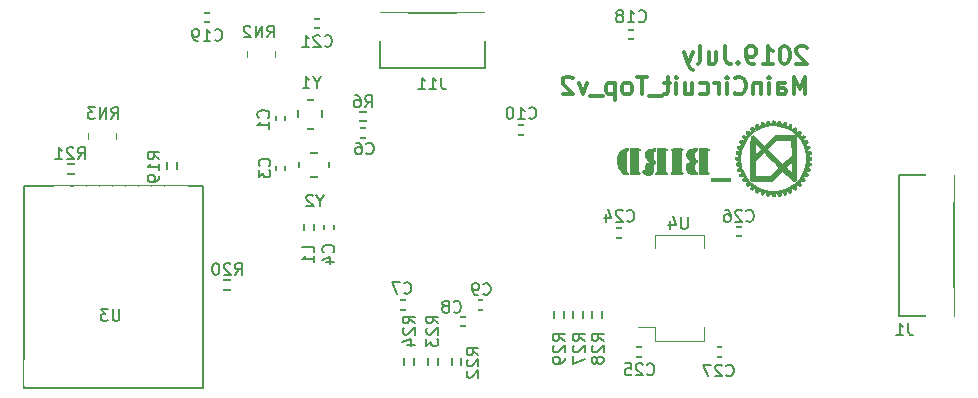
<source format=gbo>
G04 #@! TF.GenerationSoftware,KiCad,Pcbnew,(5.0.0)*
G04 #@! TF.CreationDate,2019-07-10T12:20:45+09:00*
G04 #@! TF.ProjectId,MainCircuit_v2_top,4D61696E436972637569745F76325F74,rev?*
G04 #@! TF.SameCoordinates,PX61d8d40PY6e87e60*
G04 #@! TF.FileFunction,Legend,Bot*
G04 #@! TF.FilePolarity,Positive*
%FSLAX46Y46*%
G04 Gerber Fmt 4.6, Leading zero omitted, Abs format (unit mm)*
G04 Created by KiCad (PCBNEW (5.0.0)) date 07/10/19 12:20:45*
%MOMM*%
%LPD*%
G01*
G04 APERTURE LIST*
%ADD10C,0.300000*%
%ADD11C,0.150000*%
%ADD12C,0.120000*%
%ADD13C,0.010000*%
%ADD14R,1.924000X1.924000*%
%ADD15C,1.924000*%
%ADD16C,2.600000*%
%ADD17R,1.200000X1.100000*%
%ADD18R,1.100000X1.200000*%
%ADD19R,1.650000X0.630000*%
%ADD20R,2.400000X2.200000*%
%ADD21R,2.400000X2.600000*%
%ADD22R,1.200000X0.900000*%
%ADD23R,0.900000X1.200000*%
%ADD24R,0.650000X0.900000*%
%ADD25R,1.400000X1.600000*%
%ADD26R,1.050000X1.800000*%
%ADD27R,1.100000X1.600000*%
%ADD28R,1.400000X1.200000*%
%ADD29R,1.400000X3.200000*%
%ADD30R,1.700000X2.300000*%
%ADD31R,2.400000X0.810000*%
%ADD32R,0.630000X1.650000*%
%ADD33R,2.200000X2.400000*%
%ADD34R,2.600000X2.400000*%
G04 APERTURE END LIST*
D10*
X77142857Y29278572D02*
X77071428Y29350000D01*
X76928571Y29421429D01*
X76571428Y29421429D01*
X76428571Y29350000D01*
X76357142Y29278572D01*
X76285714Y29135715D01*
X76285714Y28992858D01*
X76357142Y28778572D01*
X77214285Y27921429D01*
X76285714Y27921429D01*
X75357142Y29421429D02*
X75214285Y29421429D01*
X75071428Y29350000D01*
X75000000Y29278572D01*
X74928571Y29135715D01*
X74857142Y28850000D01*
X74857142Y28492858D01*
X74928571Y28207143D01*
X75000000Y28064286D01*
X75071428Y27992858D01*
X75214285Y27921429D01*
X75357142Y27921429D01*
X75500000Y27992858D01*
X75571428Y28064286D01*
X75642857Y28207143D01*
X75714285Y28492858D01*
X75714285Y28850000D01*
X75642857Y29135715D01*
X75571428Y29278572D01*
X75500000Y29350000D01*
X75357142Y29421429D01*
X73428571Y27921429D02*
X74285714Y27921429D01*
X73857142Y27921429D02*
X73857142Y29421429D01*
X74000000Y29207143D01*
X74142857Y29064286D01*
X74285714Y28992858D01*
X72714285Y27921429D02*
X72428571Y27921429D01*
X72285714Y27992858D01*
X72214285Y28064286D01*
X72071428Y28278572D01*
X72000000Y28564286D01*
X72000000Y29135715D01*
X72071428Y29278572D01*
X72142857Y29350000D01*
X72285714Y29421429D01*
X72571428Y29421429D01*
X72714285Y29350000D01*
X72785714Y29278572D01*
X72857142Y29135715D01*
X72857142Y28778572D01*
X72785714Y28635715D01*
X72714285Y28564286D01*
X72571428Y28492858D01*
X72285714Y28492858D01*
X72142857Y28564286D01*
X72071428Y28635715D01*
X72000000Y28778572D01*
X71357142Y28064286D02*
X71285714Y27992858D01*
X71357142Y27921429D01*
X71428571Y27992858D01*
X71357142Y28064286D01*
X71357142Y27921429D01*
X70214285Y29421429D02*
X70214285Y28350000D01*
X70285714Y28135715D01*
X70428571Y27992858D01*
X70642857Y27921429D01*
X70785714Y27921429D01*
X68857142Y28921429D02*
X68857142Y27921429D01*
X69500000Y28921429D02*
X69500000Y28135715D01*
X69428571Y27992858D01*
X69285714Y27921429D01*
X69071428Y27921429D01*
X68928571Y27992858D01*
X68857142Y28064286D01*
X67928571Y27921429D02*
X68071428Y27992858D01*
X68142857Y28135715D01*
X68142857Y29421429D01*
X67500000Y28921429D02*
X67142857Y27921429D01*
X66785714Y28921429D02*
X67142857Y27921429D01*
X67285714Y27564286D01*
X67357142Y27492858D01*
X67500000Y27421429D01*
X77050000Y25321429D02*
X77050000Y26821429D01*
X76550000Y25750000D01*
X76050000Y26821429D01*
X76050000Y25321429D01*
X74692857Y25321429D02*
X74692857Y26107143D01*
X74764285Y26250000D01*
X74907142Y26321429D01*
X75192857Y26321429D01*
X75335714Y26250000D01*
X74692857Y25392858D02*
X74835714Y25321429D01*
X75192857Y25321429D01*
X75335714Y25392858D01*
X75407142Y25535715D01*
X75407142Y25678572D01*
X75335714Y25821429D01*
X75192857Y25892858D01*
X74835714Y25892858D01*
X74692857Y25964286D01*
X73978571Y25321429D02*
X73978571Y26321429D01*
X73978571Y26821429D02*
X74050000Y26750000D01*
X73978571Y26678572D01*
X73907142Y26750000D01*
X73978571Y26821429D01*
X73978571Y26678572D01*
X73264285Y26321429D02*
X73264285Y25321429D01*
X73264285Y26178572D02*
X73192857Y26250000D01*
X73050000Y26321429D01*
X72835714Y26321429D01*
X72692857Y26250000D01*
X72621428Y26107143D01*
X72621428Y25321429D01*
X71050000Y25464286D02*
X71121428Y25392858D01*
X71335714Y25321429D01*
X71478571Y25321429D01*
X71692857Y25392858D01*
X71835714Y25535715D01*
X71907142Y25678572D01*
X71978571Y25964286D01*
X71978571Y26178572D01*
X71907142Y26464286D01*
X71835714Y26607143D01*
X71692857Y26750000D01*
X71478571Y26821429D01*
X71335714Y26821429D01*
X71121428Y26750000D01*
X71050000Y26678572D01*
X70407142Y25321429D02*
X70407142Y26321429D01*
X70407142Y26821429D02*
X70478571Y26750000D01*
X70407142Y26678572D01*
X70335714Y26750000D01*
X70407142Y26821429D01*
X70407142Y26678572D01*
X69692857Y25321429D02*
X69692857Y26321429D01*
X69692857Y26035715D02*
X69621428Y26178572D01*
X69550000Y26250000D01*
X69407142Y26321429D01*
X69264285Y26321429D01*
X68121428Y25392858D02*
X68264285Y25321429D01*
X68550000Y25321429D01*
X68692857Y25392858D01*
X68764285Y25464286D01*
X68835714Y25607143D01*
X68835714Y26035715D01*
X68764285Y26178572D01*
X68692857Y26250000D01*
X68550000Y26321429D01*
X68264285Y26321429D01*
X68121428Y26250000D01*
X66835714Y26321429D02*
X66835714Y25321429D01*
X67478571Y26321429D02*
X67478571Y25535715D01*
X67407142Y25392858D01*
X67264285Y25321429D01*
X67050000Y25321429D01*
X66907142Y25392858D01*
X66835714Y25464286D01*
X66121428Y25321429D02*
X66121428Y26321429D01*
X66121428Y26821429D02*
X66192857Y26750000D01*
X66121428Y26678572D01*
X66050000Y26750000D01*
X66121428Y26821429D01*
X66121428Y26678572D01*
X65621428Y26321429D02*
X65050000Y26321429D01*
X65407142Y26821429D02*
X65407142Y25535715D01*
X65335714Y25392858D01*
X65192857Y25321429D01*
X65050000Y25321429D01*
X64907142Y25178572D02*
X63764285Y25178572D01*
X63621428Y26821429D02*
X62764285Y26821429D01*
X63192857Y25321429D02*
X63192857Y26821429D01*
X62050000Y25321429D02*
X62192857Y25392858D01*
X62264285Y25464286D01*
X62335714Y25607143D01*
X62335714Y26035715D01*
X62264285Y26178572D01*
X62192857Y26250000D01*
X62050000Y26321429D01*
X61835714Y26321429D01*
X61692857Y26250000D01*
X61621428Y26178572D01*
X61550000Y26035715D01*
X61550000Y25607143D01*
X61621428Y25464286D01*
X61692857Y25392858D01*
X61835714Y25321429D01*
X62050000Y25321429D01*
X60907142Y26321429D02*
X60907142Y24821429D01*
X60907142Y26250000D02*
X60764285Y26321429D01*
X60478571Y26321429D01*
X60335714Y26250000D01*
X60264285Y26178572D01*
X60192857Y26035715D01*
X60192857Y25607143D01*
X60264285Y25464286D01*
X60335714Y25392858D01*
X60478571Y25321429D01*
X60764285Y25321429D01*
X60907142Y25392858D01*
X59907142Y25178572D02*
X58764285Y25178572D01*
X58550000Y26321429D02*
X58192857Y25321429D01*
X57835714Y26321429D01*
X57335714Y26678572D02*
X57264285Y26750000D01*
X57121428Y26821429D01*
X56764285Y26821429D01*
X56621428Y26750000D01*
X56550000Y26678572D01*
X56478571Y26535715D01*
X56478571Y26392858D01*
X56550000Y26178572D01*
X57407142Y25321429D01*
X56478571Y25321429D01*
D11*
G04 #@! TO.C,C1*
X32200000Y22450000D02*
X32200000Y24050000D01*
X33000000Y22450000D02*
X32200000Y22450000D01*
X33000000Y22450000D02*
X33000000Y24050000D01*
X33000000Y24050000D02*
X32200000Y24050000D01*
G04 #@! TO.C,C3*
X32200000Y18225000D02*
X32200000Y19825000D01*
X33000000Y18225000D02*
X32200000Y18225000D01*
X33000000Y18225000D02*
X33000000Y19825000D01*
X33000000Y19825000D02*
X32200000Y19825000D01*
G04 #@! TO.C,C4*
X37100000Y14875000D02*
X37100000Y13275000D01*
X36300000Y14875000D02*
X37100000Y14875000D01*
X36300000Y14875000D02*
X36300000Y13275000D01*
X36300000Y13275000D02*
X37100000Y13275000D01*
G04 #@! TO.C,C6*
X40425000Y21650000D02*
X38825000Y21650000D01*
X40425000Y22450000D02*
X40425000Y21650000D01*
X40425000Y22450000D02*
X38825000Y22450000D01*
X38825000Y22450000D02*
X38825000Y21650000D01*
G04 #@! TO.C,C7*
X43775000Y7100000D02*
X42175000Y7100000D01*
X43775000Y7900000D02*
X43775000Y7100000D01*
X43775000Y7900000D02*
X42175000Y7900000D01*
X42175000Y7900000D02*
X42175000Y7100000D01*
G04 #@! TO.C,C8*
X47225000Y6500000D02*
X48825000Y6500000D01*
X47225000Y5700000D02*
X47225000Y6500000D01*
X47225000Y5700000D02*
X48825000Y5700000D01*
X48825000Y5700000D02*
X48825000Y6500000D01*
G04 #@! TO.C,C9*
X50350000Y7100000D02*
X48750000Y7100000D01*
X50350000Y7900000D02*
X50350000Y7100000D01*
X50350000Y7900000D02*
X48750000Y7900000D01*
X48750000Y7900000D02*
X48750000Y7100000D01*
G04 #@! TO.C,C10*
X52150000Y22700000D02*
X53750000Y22700000D01*
X52150000Y21900000D02*
X52150000Y22700000D01*
X52150000Y21900000D02*
X53750000Y21900000D01*
X53750000Y21900000D02*
X53750000Y22700000D01*
G04 #@! TO.C,C18*
X61450000Y30800000D02*
X63050000Y30800000D01*
X61450000Y30000000D02*
X61450000Y30800000D01*
X61450000Y30000000D02*
X63050000Y30000000D01*
X63050000Y30000000D02*
X63050000Y30800000D01*
G04 #@! TO.C,C19*
X27150000Y31450000D02*
X27150000Y32250000D01*
X25550000Y31450000D02*
X27150000Y31450000D01*
X25550000Y31450000D02*
X25550000Y32250000D01*
X25550000Y32250000D02*
X27150000Y32250000D01*
G04 #@! TO.C,C21*
X36450000Y30950000D02*
X36450000Y31750000D01*
X34850000Y30950000D02*
X36450000Y30950000D01*
X34850000Y30950000D02*
X34850000Y31750000D01*
X34850000Y31750000D02*
X36450000Y31750000D01*
G04 #@! TO.C,J1*
X85000000Y6600000D02*
X89600000Y6600000D01*
X85000000Y18500000D02*
X85000000Y6600000D01*
X89600000Y18500000D02*
X85000000Y18500000D01*
X89600000Y6600000D02*
X89600000Y18500000D01*
G04 #@! TO.C,L1*
X35400000Y13250000D02*
X35400000Y14850000D01*
X35400000Y13250000D02*
X34600000Y13250000D01*
X34600000Y13250000D02*
X34600000Y14850000D01*
X35400000Y14850000D02*
X34600000Y14850000D01*
G04 #@! TO.C,R6*
X38800000Y23050000D02*
X40400000Y23050000D01*
X38800000Y23050000D02*
X38800000Y23850000D01*
X38800000Y23850000D02*
X40400000Y23850000D01*
X40400000Y23050000D02*
X40400000Y23850000D01*
G04 #@! TO.C,R19*
X23000000Y20050000D02*
X23000000Y18450000D01*
X23000000Y20050000D02*
X23800000Y20050000D01*
X23800000Y20050000D02*
X23800000Y18450000D01*
X23000000Y18450000D02*
X23800000Y18450000D01*
G04 #@! TO.C,R20*
X28850000Y9600000D02*
X27250000Y9600000D01*
X28850000Y9600000D02*
X28850000Y8800000D01*
X28850000Y8800000D02*
X27250000Y8800000D01*
X27250000Y9600000D02*
X27250000Y8800000D01*
G04 #@! TO.C,R21*
X14050000Y18600000D02*
X15650000Y18600000D01*
X14050000Y18600000D02*
X14050000Y19400000D01*
X14050000Y19400000D02*
X15650000Y19400000D01*
X15650000Y18600000D02*
X15650000Y19400000D01*
G04 #@! TO.C,R22*
X47900000Y1850000D02*
X47900000Y3450000D01*
X47900000Y1850000D02*
X47100000Y1850000D01*
X47100000Y1850000D02*
X47100000Y3450000D01*
X47900000Y3450000D02*
X47100000Y3450000D01*
G04 #@! TO.C,R23*
X45900000Y1850000D02*
X45900000Y3450000D01*
X45900000Y1850000D02*
X45100000Y1850000D01*
X45100000Y1850000D02*
X45100000Y3450000D01*
X45900000Y3450000D02*
X45100000Y3450000D01*
G04 #@! TO.C,R24*
X43900000Y1850000D02*
X43900000Y3450000D01*
X43900000Y1850000D02*
X43100000Y1850000D01*
X43100000Y1850000D02*
X43100000Y3450000D01*
X43900000Y3450000D02*
X43100000Y3450000D01*
D12*
G04 #@! TO.C,RN2*
X29740000Y28490000D02*
X29740000Y28990000D01*
X32100000Y28490000D02*
X32100000Y28990000D01*
D11*
G04 #@! TO.C,Y1*
X34110000Y22390000D02*
X36110000Y22390000D01*
X34110000Y24890000D02*
X34110000Y22390000D01*
X36110000Y24890000D02*
X34110000Y24890000D01*
X36110000Y22390000D02*
X36110000Y24890000D01*
G04 #@! TO.C,Y2*
X34175000Y20325000D02*
X36675000Y20325000D01*
X36675000Y20325000D02*
X36675000Y18325000D01*
X36675000Y18325000D02*
X34175000Y18325000D01*
X34175000Y18325000D02*
X34175000Y20325000D01*
X34825001Y19875000D02*
G75*
G03X34825001Y19875000I-176777J0D01*
G01*
D12*
G04 #@! TO.C,RN3*
X16300000Y22040000D02*
X16300000Y21540000D01*
X18660000Y22040000D02*
X18660000Y21540000D01*
D11*
G04 #@! TO.C,U3*
X25900000Y500000D02*
X26000000Y500000D01*
X26000000Y500000D02*
X26000000Y17600000D01*
X26000000Y17600000D02*
X25900000Y17600000D01*
X10900000Y600000D02*
X10900000Y17600000D01*
X10900000Y17600000D02*
X25900000Y17600000D01*
X25900000Y500000D02*
X10900000Y500000D01*
X10900000Y500000D02*
X10900000Y600000D01*
G04 #@! TO.C,C24*
X60425000Y14000000D02*
X62025000Y14000000D01*
X60425000Y13200000D02*
X60425000Y14000000D01*
X60425000Y13200000D02*
X62025000Y13200000D01*
X62025000Y13200000D02*
X62025000Y14000000D01*
G04 #@! TO.C,C25*
X62175000Y3900000D02*
X62175000Y3100000D01*
X63775000Y3900000D02*
X62175000Y3900000D01*
X63775000Y3900000D02*
X63775000Y3100000D01*
X63775000Y3100000D02*
X62175000Y3100000D01*
G04 #@! TO.C,C26*
X70650000Y14100000D02*
X70650000Y13300000D01*
X72250000Y14100000D02*
X70650000Y14100000D01*
X72250000Y14100000D02*
X72250000Y13300000D01*
X72250000Y13300000D02*
X70650000Y13300000D01*
G04 #@! TO.C,C27*
X68950000Y3900000D02*
X70550000Y3900000D01*
X68950000Y3100000D02*
X68950000Y3900000D01*
X68950000Y3100000D02*
X70550000Y3100000D01*
X70550000Y3100000D02*
X70550000Y3900000D01*
D12*
G04 #@! TO.C,U4*
X62845700Y5652500D02*
X64270700Y5652500D01*
X64270700Y4477500D02*
X68420700Y4477500D01*
X64270700Y13427500D02*
X68420700Y13427500D01*
X68420700Y5652500D02*
X68420700Y4477500D01*
X64270700Y5652500D02*
X64270700Y4477500D01*
X68420700Y12252500D02*
X68420700Y13427500D01*
X64270700Y12252500D02*
X64270700Y13427500D01*
D11*
G04 #@! TO.C,R27*
X55800000Y5850000D02*
X56600000Y5850000D01*
X56600000Y7450000D02*
X56600000Y5850000D01*
X55800000Y7450000D02*
X56600000Y7450000D01*
X55800000Y7450000D02*
X55800000Y5850000D01*
G04 #@! TO.C,R28*
X59000000Y7450000D02*
X59000000Y5850000D01*
X59000000Y7450000D02*
X59800000Y7450000D01*
X59800000Y7450000D02*
X59800000Y5850000D01*
X59000000Y5850000D02*
X59800000Y5850000D01*
G04 #@! TO.C,R29*
X57400000Y5850000D02*
X58200000Y5850000D01*
X58200000Y7450000D02*
X58200000Y5850000D01*
X57400000Y7450000D02*
X58200000Y7450000D01*
X57400000Y7450000D02*
X57400000Y5850000D01*
G04 #@! TO.C,J11*
X42000000Y27600000D02*
X41000000Y27600000D01*
X41000000Y27600000D02*
X41000000Y32200000D01*
X42000000Y32200000D02*
X41000000Y32200000D01*
X41997949Y32202373D02*
X49897949Y32202373D01*
X49897949Y27602373D02*
X41997949Y27602373D01*
X49900000Y27600000D02*
X49900000Y32200000D01*
D13*
G04 #@! TO.C,G\002A\002A\002A*
G36*
X74839760Y21877488D02*
X74700681Y21875559D01*
X74595727Y21872636D01*
X74532525Y21868794D01*
X74526000Y21867986D01*
X74487950Y21860654D01*
X74451208Y21847500D01*
X74410407Y21824134D01*
X74360174Y21786165D01*
X74295139Y21729205D01*
X74209932Y21648862D01*
X74099181Y21540746D01*
X73973550Y21416388D01*
X73535400Y20981400D01*
X73095605Y21418600D01*
X72955541Y21557153D01*
X72846032Y21663453D01*
X72762173Y21741623D01*
X72699055Y21795781D01*
X72651771Y21830048D01*
X72615413Y21848546D01*
X72585075Y21855393D01*
X72574905Y21855800D01*
X72494043Y21838016D01*
X72443200Y21805000D01*
X72433512Y21794246D01*
X72425140Y21780371D01*
X72417989Y21759820D01*
X72411963Y21729038D01*
X72406966Y21684470D01*
X72402901Y21622560D01*
X72399672Y21539753D01*
X72397183Y21432494D01*
X72395338Y21297227D01*
X72394041Y21130397D01*
X72393195Y20928448D01*
X72392704Y20687827D01*
X72392473Y20404976D01*
X72392404Y20076341D01*
X72392400Y19927244D01*
X72392400Y18100288D01*
X72459326Y18047644D01*
X72479354Y18033294D01*
X72502710Y18021819D01*
X72534914Y18012897D01*
X72581488Y18006208D01*
X72647955Y18001432D01*
X72739835Y17998247D01*
X72862652Y17996332D01*
X73021925Y17995368D01*
X73223178Y17995033D01*
X73365731Y17995000D01*
X74205210Y17995000D01*
X74639573Y18426800D01*
X74761655Y18547229D01*
X74872423Y18654724D01*
X74966654Y18744358D01*
X75039121Y18811204D01*
X75084599Y18850335D01*
X75097500Y18858600D01*
X75121370Y18841405D01*
X75175824Y18793105D01*
X75255637Y18718626D01*
X75355584Y18622895D01*
X75470440Y18510839D01*
X75555428Y18426800D01*
X75703932Y18280166D01*
X75821993Y18167136D01*
X75914533Y18084849D01*
X75986477Y18030440D01*
X76042748Y18001049D01*
X76088269Y17993811D01*
X76127963Y18005866D01*
X76166754Y18034350D01*
X76190855Y18057346D01*
X76253200Y18119691D01*
X76253200Y19150700D01*
X75872200Y19150700D01*
X75871197Y19002521D01*
X75868406Y18873536D01*
X75864158Y18771650D01*
X75858781Y18704770D01*
X75852621Y18680800D01*
X75828194Y18697821D01*
X75775819Y18744245D01*
X75703028Y18813123D01*
X75617354Y18897499D01*
X75611321Y18903553D01*
X75526430Y18990788D01*
X75456557Y19066300D01*
X75408652Y19122309D01*
X75389668Y19151035D01*
X75389653Y19151199D01*
X74805400Y19151199D01*
X74788206Y19126416D01*
X74740171Y19071643D01*
X74666614Y18992567D01*
X74572856Y18894877D01*
X74464217Y18784261D01*
X74431068Y18750958D01*
X74056736Y18376000D01*
X72773400Y18376000D01*
X72773400Y19684736D01*
X73535528Y20445592D01*
X74170464Y19811037D01*
X74317783Y19663114D01*
X74453010Y19526003D01*
X74572070Y19403935D01*
X74670891Y19301144D01*
X74745400Y19221861D01*
X74791523Y19170320D01*
X74805400Y19151199D01*
X75389653Y19151199D01*
X75389600Y19151733D01*
X75406642Y19178012D01*
X75452109Y19230567D01*
X75517514Y19300823D01*
X75594371Y19380206D01*
X75674194Y19460141D01*
X75748496Y19532053D01*
X75808790Y19587367D01*
X75846589Y19617509D01*
X75853653Y19620600D01*
X75859502Y19596519D01*
X75864593Y19529545D01*
X75868615Y19427585D01*
X75871254Y19298544D01*
X75872200Y19150700D01*
X76253200Y19150700D01*
X76253200Y20193594D01*
X75873096Y20193594D01*
X75485483Y19805374D01*
X75097870Y19417155D01*
X73802811Y20712800D01*
X73267641Y20712800D01*
X73040100Y20484200D01*
X72952690Y20397848D01*
X72877622Y20326434D01*
X72822315Y20276819D01*
X72794183Y20255863D01*
X72792980Y20255600D01*
X72786725Y20279664D01*
X72781298Y20346510D01*
X72777039Y20448124D01*
X72774295Y20576492D01*
X72773400Y20712800D01*
X72774431Y20858851D01*
X72777294Y20985598D01*
X72781645Y21085027D01*
X72787143Y21149124D01*
X72792980Y21170000D01*
X72817328Y21152970D01*
X72869748Y21106451D01*
X72942823Y21037305D01*
X73029137Y20952392D01*
X73040100Y20941400D01*
X73267641Y20712800D01*
X73802811Y20712800D01*
X73802100Y20713511D01*
X74593662Y21501107D01*
X75226581Y21494304D01*
X75859500Y21487500D01*
X75873096Y20193594D01*
X76253200Y20193594D01*
X76253200Y21725968D01*
X76130668Y21868500D01*
X75385484Y21876548D01*
X75189788Y21878059D01*
X75005337Y21878347D01*
X74839760Y21877488D01*
X74839760Y21877488D01*
G37*
X74839760Y21877488D02*
X74700681Y21875559D01*
X74595727Y21872636D01*
X74532525Y21868794D01*
X74526000Y21867986D01*
X74487950Y21860654D01*
X74451208Y21847500D01*
X74410407Y21824134D01*
X74360174Y21786165D01*
X74295139Y21729205D01*
X74209932Y21648862D01*
X74099181Y21540746D01*
X73973550Y21416388D01*
X73535400Y20981400D01*
X73095605Y21418600D01*
X72955541Y21557153D01*
X72846032Y21663453D01*
X72762173Y21741623D01*
X72699055Y21795781D01*
X72651771Y21830048D01*
X72615413Y21848546D01*
X72585075Y21855393D01*
X72574905Y21855800D01*
X72494043Y21838016D01*
X72443200Y21805000D01*
X72433512Y21794246D01*
X72425140Y21780371D01*
X72417989Y21759820D01*
X72411963Y21729038D01*
X72406966Y21684470D01*
X72402901Y21622560D01*
X72399672Y21539753D01*
X72397183Y21432494D01*
X72395338Y21297227D01*
X72394041Y21130397D01*
X72393195Y20928448D01*
X72392704Y20687827D01*
X72392473Y20404976D01*
X72392404Y20076341D01*
X72392400Y19927244D01*
X72392400Y18100288D01*
X72459326Y18047644D01*
X72479354Y18033294D01*
X72502710Y18021819D01*
X72534914Y18012897D01*
X72581488Y18006208D01*
X72647955Y18001432D01*
X72739835Y17998247D01*
X72862652Y17996332D01*
X73021925Y17995368D01*
X73223178Y17995033D01*
X73365731Y17995000D01*
X74205210Y17995000D01*
X74639573Y18426800D01*
X74761655Y18547229D01*
X74872423Y18654724D01*
X74966654Y18744358D01*
X75039121Y18811204D01*
X75084599Y18850335D01*
X75097500Y18858600D01*
X75121370Y18841405D01*
X75175824Y18793105D01*
X75255637Y18718626D01*
X75355584Y18622895D01*
X75470440Y18510839D01*
X75555428Y18426800D01*
X75703932Y18280166D01*
X75821993Y18167136D01*
X75914533Y18084849D01*
X75986477Y18030440D01*
X76042748Y18001049D01*
X76088269Y17993811D01*
X76127963Y18005866D01*
X76166754Y18034350D01*
X76190855Y18057346D01*
X76253200Y18119691D01*
X76253200Y19150700D01*
X75872200Y19150700D01*
X75871197Y19002521D01*
X75868406Y18873536D01*
X75864158Y18771650D01*
X75858781Y18704770D01*
X75852621Y18680800D01*
X75828194Y18697821D01*
X75775819Y18744245D01*
X75703028Y18813123D01*
X75617354Y18897499D01*
X75611321Y18903553D01*
X75526430Y18990788D01*
X75456557Y19066300D01*
X75408652Y19122309D01*
X75389668Y19151035D01*
X75389653Y19151199D01*
X74805400Y19151199D01*
X74788206Y19126416D01*
X74740171Y19071643D01*
X74666614Y18992567D01*
X74572856Y18894877D01*
X74464217Y18784261D01*
X74431068Y18750958D01*
X74056736Y18376000D01*
X72773400Y18376000D01*
X72773400Y19684736D01*
X73535528Y20445592D01*
X74170464Y19811037D01*
X74317783Y19663114D01*
X74453010Y19526003D01*
X74572070Y19403935D01*
X74670891Y19301144D01*
X74745400Y19221861D01*
X74791523Y19170320D01*
X74805400Y19151199D01*
X75389653Y19151199D01*
X75389600Y19151733D01*
X75406642Y19178012D01*
X75452109Y19230567D01*
X75517514Y19300823D01*
X75594371Y19380206D01*
X75674194Y19460141D01*
X75748496Y19532053D01*
X75808790Y19587367D01*
X75846589Y19617509D01*
X75853653Y19620600D01*
X75859502Y19596519D01*
X75864593Y19529545D01*
X75868615Y19427585D01*
X75871254Y19298544D01*
X75872200Y19150700D01*
X76253200Y19150700D01*
X76253200Y20193594D01*
X75873096Y20193594D01*
X75485483Y19805374D01*
X75097870Y19417155D01*
X73802811Y20712800D01*
X73267641Y20712800D01*
X73040100Y20484200D01*
X72952690Y20397848D01*
X72877622Y20326434D01*
X72822315Y20276819D01*
X72794183Y20255863D01*
X72792980Y20255600D01*
X72786725Y20279664D01*
X72781298Y20346510D01*
X72777039Y20448124D01*
X72774295Y20576492D01*
X72773400Y20712800D01*
X72774431Y20858851D01*
X72777294Y20985598D01*
X72781645Y21085027D01*
X72787143Y21149124D01*
X72792980Y21170000D01*
X72817328Y21152970D01*
X72869748Y21106451D01*
X72942823Y21037305D01*
X73029137Y20952392D01*
X73040100Y20941400D01*
X73267641Y20712800D01*
X73802811Y20712800D01*
X73802100Y20713511D01*
X74593662Y21501107D01*
X75226581Y21494304D01*
X75859500Y21487500D01*
X75873096Y20193594D01*
X76253200Y20193594D01*
X76253200Y21725968D01*
X76130668Y21868500D01*
X75385484Y21876548D01*
X75189788Y21878059D01*
X75005337Y21878347D01*
X74839760Y21877488D01*
G36*
X61873877Y20755289D02*
X61687239Y20709346D01*
X61521918Y20621549D01*
X61380102Y20497106D01*
X61263981Y20341224D01*
X61175743Y20159112D01*
X61117577Y19955976D01*
X61091673Y19737025D01*
X61100218Y19507465D01*
X61145403Y19272505D01*
X61191094Y19130881D01*
X61274802Y18968640D01*
X61393866Y18822428D01*
X61538162Y18700627D01*
X61697564Y18611619D01*
X61861950Y18563787D01*
X61878780Y18561531D01*
X62003800Y18546725D01*
X62003800Y18635085D01*
X61994734Y18702872D01*
X61960312Y18741866D01*
X61939791Y18752611D01*
X61881715Y18798576D01*
X61850891Y18847242D01*
X61844156Y18890126D01*
X61838190Y18977408D01*
X61833194Y19102688D01*
X61829364Y19259569D01*
X61826900Y19441652D01*
X61826001Y19642536D01*
X61826000Y19648470D01*
X61826630Y19886375D01*
X61828976Y20078585D01*
X61833726Y20230195D01*
X61841568Y20346298D01*
X61853189Y20431990D01*
X61869277Y20492365D01*
X61890519Y20532518D01*
X61917603Y20557542D01*
X61950682Y20572365D01*
X61988621Y20598026D01*
X62002957Y20652063D01*
X62003800Y20679950D01*
X62003800Y20770676D01*
X61873877Y20755289D01*
X61873877Y20755289D01*
G37*
X61873877Y20755289D02*
X61687239Y20709346D01*
X61521918Y20621549D01*
X61380102Y20497106D01*
X61263981Y20341224D01*
X61175743Y20159112D01*
X61117577Y19955976D01*
X61091673Y19737025D01*
X61100218Y19507465D01*
X61145403Y19272505D01*
X61191094Y19130881D01*
X61274802Y18968640D01*
X61393866Y18822428D01*
X61538162Y18700627D01*
X61697564Y18611619D01*
X61861950Y18563787D01*
X61878780Y18561531D01*
X62003800Y18546725D01*
X62003800Y18635085D01*
X61994734Y18702872D01*
X61960312Y18741866D01*
X61939791Y18752611D01*
X61881715Y18798576D01*
X61850891Y18847242D01*
X61844156Y18890126D01*
X61838190Y18977408D01*
X61833194Y19102688D01*
X61829364Y19259569D01*
X61826900Y19441652D01*
X61826001Y19642536D01*
X61826000Y19648470D01*
X61826630Y19886375D01*
X61828976Y20078585D01*
X61833726Y20230195D01*
X61841568Y20346298D01*
X61853189Y20431990D01*
X61869277Y20492365D01*
X61890519Y20532518D01*
X61917603Y20557542D01*
X61950682Y20572365D01*
X61988621Y20598026D01*
X62002957Y20652063D01*
X62003800Y20679950D01*
X62003800Y20770676D01*
X61873877Y20755289D01*
G36*
X62156200Y18553800D02*
X62557520Y18553800D01*
X62733568Y18555458D01*
X62861815Y18560569D01*
X62945156Y18569335D01*
X62986487Y18581963D01*
X62989320Y18584280D01*
X63017425Y18632679D01*
X63000023Y18681655D01*
X62943600Y18731600D01*
X62867400Y18785860D01*
X62867172Y19654080D01*
X62866943Y20522300D01*
X62949722Y20590849D01*
X63000903Y20638792D01*
X63015954Y20673624D01*
X63004366Y20705149D01*
X62988743Y20722497D01*
X62961341Y20735172D01*
X62914478Y20744099D01*
X62840473Y20750203D01*
X62731642Y20754407D01*
X62580304Y20757637D01*
X62566216Y20757880D01*
X62156200Y20764859D01*
X62156200Y18553800D01*
X62156200Y18553800D01*
G37*
X62156200Y18553800D02*
X62557520Y18553800D01*
X62733568Y18555458D01*
X62861815Y18560569D01*
X62945156Y18569335D01*
X62986487Y18581963D01*
X62989320Y18584280D01*
X63017425Y18632679D01*
X63000023Y18681655D01*
X62943600Y18731600D01*
X62867400Y18785860D01*
X62867172Y19654080D01*
X62866943Y20522300D01*
X62949722Y20590849D01*
X63000903Y20638792D01*
X63015954Y20673624D01*
X63004366Y20705149D01*
X62988743Y20722497D01*
X62961341Y20735172D01*
X62914478Y20744099D01*
X62840473Y20750203D01*
X62731642Y20754407D01*
X62580304Y20757637D01*
X62566216Y20757880D01*
X62156200Y20764859D01*
X62156200Y18553800D01*
G36*
X64467600Y18779808D02*
X64377595Y18742202D01*
X64299280Y18696394D01*
X64269719Y18645664D01*
X64289924Y18591752D01*
X64290069Y18591577D01*
X64309765Y18577890D01*
X64347305Y18567825D01*
X64409371Y18560883D01*
X64502644Y18556564D01*
X64633802Y18554371D01*
X64795831Y18553800D01*
X64984908Y18555050D01*
X65126719Y18558940D01*
X65224739Y18565679D01*
X65282443Y18575478D01*
X65300720Y18584280D01*
X65328825Y18632679D01*
X65311423Y18681655D01*
X65255000Y18731600D01*
X65178800Y18785860D01*
X65178572Y19654080D01*
X65178343Y20522300D01*
X65261122Y20590849D01*
X65312303Y20638792D01*
X65327354Y20673624D01*
X65315766Y20705149D01*
X65300143Y20722497D01*
X65272741Y20735172D01*
X65225878Y20744099D01*
X65151873Y20750203D01*
X65043042Y20754407D01*
X64891704Y20757637D01*
X64877616Y20757880D01*
X64467600Y20764859D01*
X64467600Y18779808D01*
X64467600Y18779808D01*
G37*
X64467600Y18779808D02*
X64377595Y18742202D01*
X64299280Y18696394D01*
X64269719Y18645664D01*
X64289924Y18591752D01*
X64290069Y18591577D01*
X64309765Y18577890D01*
X64347305Y18567825D01*
X64409371Y18560883D01*
X64502644Y18556564D01*
X64633802Y18554371D01*
X64795831Y18553800D01*
X64984908Y18555050D01*
X65126719Y18558940D01*
X65224739Y18565679D01*
X65282443Y18575478D01*
X65300720Y18584280D01*
X65328825Y18632679D01*
X65311423Y18681655D01*
X65255000Y18731600D01*
X65178800Y18785860D01*
X65178572Y19654080D01*
X65178343Y20522300D01*
X65261122Y20590849D01*
X65312303Y20638792D01*
X65327354Y20673624D01*
X65315766Y20705149D01*
X65300143Y20722497D01*
X65272741Y20735172D01*
X65225878Y20744099D01*
X65151873Y20750203D01*
X65043042Y20754407D01*
X64891704Y20757637D01*
X64877616Y20757880D01*
X64467600Y20764859D01*
X64467600Y18779808D01*
G36*
X65978351Y20750491D02*
X65856288Y20748814D01*
X65770601Y20745202D01*
X65714080Y20738984D01*
X65679515Y20729490D01*
X65659696Y20716051D01*
X65651469Y20705149D01*
X65639937Y20670103D01*
X65658493Y20634572D01*
X65706079Y20590849D01*
X65788858Y20522300D01*
X65788858Y18795100D01*
X65706079Y18726552D01*
X65654899Y18678612D01*
X65639848Y18643783D01*
X65651441Y18612252D01*
X65666182Y18595709D01*
X65691957Y18583419D01*
X65736025Y18574590D01*
X65805648Y18568432D01*
X65908087Y18564155D01*
X66050603Y18560966D01*
X66134760Y18559599D01*
X66314494Y18557993D01*
X66448318Y18559529D01*
X66541039Y18564446D01*
X66597466Y18572981D01*
X66620969Y18583729D01*
X66649508Y18632283D01*
X66632661Y18681129D01*
X66575800Y18731600D01*
X66499600Y18785860D01*
X66499372Y19654080D01*
X66499143Y20522300D01*
X66581922Y20590849D01*
X66633098Y20638778D01*
X66648150Y20673590D01*
X66636532Y20705149D01*
X66622339Y20721444D01*
X66597984Y20733369D01*
X66556257Y20741592D01*
X66489949Y20746784D01*
X66391848Y20749614D01*
X66254745Y20750751D01*
X66144000Y20750900D01*
X65978351Y20750491D01*
X65978351Y20750491D01*
G37*
X65978351Y20750491D02*
X65856288Y20748814D01*
X65770601Y20745202D01*
X65714080Y20738984D01*
X65679515Y20729490D01*
X65659696Y20716051D01*
X65651469Y20705149D01*
X65639937Y20670103D01*
X65658493Y20634572D01*
X65706079Y20590849D01*
X65788858Y20522300D01*
X65788858Y18795100D01*
X65706079Y18726552D01*
X65654899Y18678612D01*
X65639848Y18643783D01*
X65651441Y18612252D01*
X65666182Y18595709D01*
X65691957Y18583419D01*
X65736025Y18574590D01*
X65805648Y18568432D01*
X65908087Y18564155D01*
X66050603Y18560966D01*
X66134760Y18559599D01*
X66314494Y18557993D01*
X66448318Y18559529D01*
X66541039Y18564446D01*
X66597466Y18572981D01*
X66620969Y18583729D01*
X66649508Y18632283D01*
X66632661Y18681129D01*
X66575800Y18731600D01*
X66499600Y18785860D01*
X66499372Y19654080D01*
X66499143Y20522300D01*
X66581922Y20590849D01*
X66633098Y20638778D01*
X66648150Y20673590D01*
X66636532Y20705149D01*
X66622339Y20721444D01*
X66597984Y20733369D01*
X66556257Y20741592D01*
X66489949Y20746784D01*
X66391848Y20749614D01*
X66254745Y20750751D01*
X66144000Y20750900D01*
X65978351Y20750491D01*
G36*
X67636250Y20756933D02*
X67431930Y20734597D01*
X67269514Y20691885D01*
X67143179Y20625815D01*
X67047098Y20533404D01*
X66979555Y20420700D01*
X66937204Y20272355D01*
X66945208Y20121880D01*
X66984916Y20008690D01*
X67067467Y19892351D01*
X67192437Y19798812D01*
X67349808Y19730364D01*
X67477500Y19687404D01*
X67381856Y19667017D01*
X67210427Y19608813D01*
X67074369Y19517568D01*
X66976684Y19398040D01*
X66920374Y19254987D01*
X66908441Y19093170D01*
X66932518Y18954639D01*
X66995065Y18823132D01*
X67103120Y18711269D01*
X67219174Y18638457D01*
X67292815Y18605853D01*
X67369865Y18584064D01*
X67465651Y18570006D01*
X67595498Y18560592D01*
X67609566Y18559858D01*
X67871200Y18546505D01*
X67871200Y18626012D01*
X67862767Y18684117D01*
X67827981Y18720618D01*
X67784345Y18741809D01*
X67718478Y18779833D01*
X67672933Y18824516D01*
X67670045Y18829380D01*
X67656498Y18882172D01*
X67647705Y18971668D01*
X67643559Y19084007D01*
X67643956Y19205327D01*
X67648790Y19321765D01*
X67657955Y19419458D01*
X67671348Y19484546D01*
X67675091Y19493600D01*
X67723463Y19547410D01*
X67789017Y19581403D01*
X67846378Y19605907D01*
X67868484Y19645114D01*
X67871200Y19686600D01*
X67862603Y19747318D01*
X67829117Y19776787D01*
X67808403Y19783254D01*
X67739929Y19808635D01*
X67692658Y19850049D01*
X67663050Y19915834D01*
X67647561Y20014327D01*
X67642648Y20153865D01*
X67642600Y20173444D01*
X67643205Y20292327D01*
X67646743Y20372181D01*
X67655798Y20424775D01*
X67672956Y20461880D01*
X67700799Y20495266D01*
X67716847Y20511554D01*
X67773008Y20558592D01*
X67821352Y20584220D01*
X67831147Y20585800D01*
X67859723Y20602001D01*
X67870745Y20656393D01*
X67871200Y20678161D01*
X67871200Y20770522D01*
X67636250Y20756933D01*
X67636250Y20756933D01*
G37*
X67636250Y20756933D02*
X67431930Y20734597D01*
X67269514Y20691885D01*
X67143179Y20625815D01*
X67047098Y20533404D01*
X66979555Y20420700D01*
X66937204Y20272355D01*
X66945208Y20121880D01*
X66984916Y20008690D01*
X67067467Y19892351D01*
X67192437Y19798812D01*
X67349808Y19730364D01*
X67477500Y19687404D01*
X67381856Y19667017D01*
X67210427Y19608813D01*
X67074369Y19517568D01*
X66976684Y19398040D01*
X66920374Y19254987D01*
X66908441Y19093170D01*
X66932518Y18954639D01*
X66995065Y18823132D01*
X67103120Y18711269D01*
X67219174Y18638457D01*
X67292815Y18605853D01*
X67369865Y18584064D01*
X67465651Y18570006D01*
X67595498Y18560592D01*
X67609566Y18559858D01*
X67871200Y18546505D01*
X67871200Y18626012D01*
X67862767Y18684117D01*
X67827981Y18720618D01*
X67784345Y18741809D01*
X67718478Y18779833D01*
X67672933Y18824516D01*
X67670045Y18829380D01*
X67656498Y18882172D01*
X67647705Y18971668D01*
X67643559Y19084007D01*
X67643956Y19205327D01*
X67648790Y19321765D01*
X67657955Y19419458D01*
X67671348Y19484546D01*
X67675091Y19493600D01*
X67723463Y19547410D01*
X67789017Y19581403D01*
X67846378Y19605907D01*
X67868484Y19645114D01*
X67871200Y19686600D01*
X67862603Y19747318D01*
X67829117Y19776787D01*
X67808403Y19783254D01*
X67739929Y19808635D01*
X67692658Y19850049D01*
X67663050Y19915834D01*
X67647561Y20014327D01*
X67642648Y20153865D01*
X67642600Y20173444D01*
X67643205Y20292327D01*
X67646743Y20372181D01*
X67655798Y20424775D01*
X67672956Y20461880D01*
X67700799Y20495266D01*
X67716847Y20511554D01*
X67773008Y20558592D01*
X67821352Y20584220D01*
X67831147Y20585800D01*
X67859723Y20602001D01*
X67870745Y20656393D01*
X67871200Y20678161D01*
X67871200Y20770522D01*
X67636250Y20756933D01*
G36*
X67998200Y18553800D02*
X68399520Y18553800D01*
X68575568Y18555458D01*
X68703815Y18560569D01*
X68787156Y18569335D01*
X68828487Y18581963D01*
X68831320Y18584280D01*
X68859425Y18632679D01*
X68842023Y18681655D01*
X68785600Y18731600D01*
X68709400Y18785860D01*
X68709172Y19654080D01*
X68708943Y20522300D01*
X68791722Y20590849D01*
X68842903Y20638792D01*
X68857954Y20673624D01*
X68846366Y20705149D01*
X68830743Y20722497D01*
X68803341Y20735172D01*
X68756478Y20744099D01*
X68682473Y20750203D01*
X68573642Y20754407D01*
X68422304Y20757637D01*
X68408216Y20757880D01*
X67998200Y20764859D01*
X67998200Y18553800D01*
X67998200Y18553800D01*
G37*
X67998200Y18553800D02*
X68399520Y18553800D01*
X68575568Y18555458D01*
X68703815Y18560569D01*
X68787156Y18569335D01*
X68828487Y18581963D01*
X68831320Y18584280D01*
X68859425Y18632679D01*
X68842023Y18681655D01*
X68785600Y18731600D01*
X68709400Y18785860D01*
X68709172Y19654080D01*
X68708943Y20522300D01*
X68791722Y20590849D01*
X68842903Y20638792D01*
X68857954Y20673624D01*
X68846366Y20705149D01*
X68830743Y20722497D01*
X68803341Y20735172D01*
X68756478Y20744099D01*
X68682473Y20750203D01*
X68573642Y20754407D01*
X68422304Y20757637D01*
X68408216Y20757880D01*
X67998200Y20764859D01*
X67998200Y18553800D01*
G36*
X63983696Y20746248D02*
X63804529Y20695597D01*
X63659131Y20613757D01*
X63550599Y20502838D01*
X63482032Y20364948D01*
X63460655Y20264402D01*
X63461923Y20094102D01*
X63508382Y19946912D01*
X63599684Y19823430D01*
X63735480Y19724258D01*
X63791042Y19696493D01*
X63941111Y19628371D01*
X63817006Y19597170D01*
X63676115Y19551041D01*
X63574483Y19489252D01*
X63506843Y19404301D01*
X63467924Y19288687D01*
X63452457Y19134909D01*
X63451600Y19077012D01*
X63449769Y18978824D01*
X63444877Y18903516D01*
X63437831Y18862685D01*
X63434551Y18858600D01*
X63404735Y18873858D01*
X63369564Y18901983D01*
X63321590Y18930359D01*
X63278664Y18918439D01*
X63235496Y18867820D01*
X63239386Y18799257D01*
X63290381Y18712314D01*
X63302997Y18696570D01*
X63421554Y18589990D01*
X63560899Y18525402D01*
X63711443Y18504873D01*
X63863595Y18530474D01*
X63935169Y18560150D01*
X64024146Y18617132D01*
X64088100Y18689989D01*
X64130311Y18786773D01*
X64154057Y18915541D01*
X64162619Y19084346D01*
X64162800Y19119137D01*
X64163551Y19241861D01*
X64167173Y19324905D01*
X64175718Y19379383D01*
X64191240Y19416411D01*
X64215791Y19447100D01*
X64225146Y19456655D01*
X64274345Y19498818D01*
X64311461Y19518758D01*
X64314046Y19519000D01*
X64331596Y19541325D01*
X64340371Y19596221D01*
X64340600Y19607900D01*
X64331934Y19674424D01*
X64304885Y19696772D01*
X64303490Y19696800D01*
X64260499Y19714121D01*
X64214590Y19752390D01*
X64192542Y19780996D01*
X64177759Y19817339D01*
X64168827Y19871412D01*
X64164333Y19953210D01*
X64162863Y20072726D01*
X64162800Y20118613D01*
X64164044Y20242376D01*
X64167428Y20349923D01*
X64172439Y20429739D01*
X64178558Y20470308D01*
X64178579Y20470363D01*
X64211191Y20510500D01*
X64267453Y20549279D01*
X64267479Y20549292D01*
X64319900Y20587636D01*
X64339177Y20642053D01*
X64340600Y20675353D01*
X64340600Y20763600D01*
X64193537Y20763600D01*
X63983696Y20746248D01*
X63983696Y20746248D01*
G37*
X63983696Y20746248D02*
X63804529Y20695597D01*
X63659131Y20613757D01*
X63550599Y20502838D01*
X63482032Y20364948D01*
X63460655Y20264402D01*
X63461923Y20094102D01*
X63508382Y19946912D01*
X63599684Y19823430D01*
X63735480Y19724258D01*
X63791042Y19696493D01*
X63941111Y19628371D01*
X63817006Y19597170D01*
X63676115Y19551041D01*
X63574483Y19489252D01*
X63506843Y19404301D01*
X63467924Y19288687D01*
X63452457Y19134909D01*
X63451600Y19077012D01*
X63449769Y18978824D01*
X63444877Y18903516D01*
X63437831Y18862685D01*
X63434551Y18858600D01*
X63404735Y18873858D01*
X63369564Y18901983D01*
X63321590Y18930359D01*
X63278664Y18918439D01*
X63235496Y18867820D01*
X63239386Y18799257D01*
X63290381Y18712314D01*
X63302997Y18696570D01*
X63421554Y18589990D01*
X63560899Y18525402D01*
X63711443Y18504873D01*
X63863595Y18530474D01*
X63935169Y18560150D01*
X64024146Y18617132D01*
X64088100Y18689989D01*
X64130311Y18786773D01*
X64154057Y18915541D01*
X64162619Y19084346D01*
X64162800Y19119137D01*
X64163551Y19241861D01*
X64167173Y19324905D01*
X64175718Y19379383D01*
X64191240Y19416411D01*
X64215791Y19447100D01*
X64225146Y19456655D01*
X64274345Y19498818D01*
X64311461Y19518758D01*
X64314046Y19519000D01*
X64331596Y19541325D01*
X64340371Y19596221D01*
X64340600Y19607900D01*
X64331934Y19674424D01*
X64304885Y19696772D01*
X64303490Y19696800D01*
X64260499Y19714121D01*
X64214590Y19752390D01*
X64192542Y19780996D01*
X64177759Y19817339D01*
X64168827Y19871412D01*
X64164333Y19953210D01*
X64162863Y20072726D01*
X64162800Y20118613D01*
X64164044Y20242376D01*
X64167428Y20349923D01*
X64172439Y20429739D01*
X64178558Y20470308D01*
X64178579Y20470363D01*
X64211191Y20510500D01*
X64267453Y20549279D01*
X64267479Y20549292D01*
X64319900Y20587636D01*
X64339177Y20642053D01*
X64340600Y20675353D01*
X64340600Y20763600D01*
X64193537Y20763600D01*
X63983696Y20746248D01*
G36*
X69014200Y17969600D02*
X70639800Y17969600D01*
X70639800Y18223600D01*
X69014200Y18223600D01*
X69014200Y17969600D01*
X69014200Y17969600D01*
G37*
X69014200Y17969600D02*
X70639800Y17969600D01*
X70639800Y18223600D01*
X69014200Y18223600D01*
X69014200Y17969600D01*
G36*
X74233300Y23109902D02*
X74211111Y23069295D01*
X74192861Y23010829D01*
X74155053Y22910222D01*
X74115282Y22860277D01*
X74072457Y22860932D01*
X74025482Y22912124D01*
X73979966Y22998654D01*
X73945503Y23063561D01*
X73909413Y23093092D01*
X73854987Y23100383D01*
X73850542Y23100400D01*
X73791877Y23094765D01*
X73753331Y23070983D01*
X73726701Y23018742D01*
X73703781Y22927726D01*
X73700500Y22911790D01*
X73674896Y22821747D01*
X73643401Y22780920D01*
X73603873Y22787864D01*
X73568367Y22822691D01*
X73497270Y22909494D01*
X73450011Y22963637D01*
X73417804Y22991401D01*
X73391864Y22999067D01*
X73363406Y22992914D01*
X73341194Y22985108D01*
X73300176Y22966317D01*
X73276590Y22936894D01*
X73263627Y22882690D01*
X73256000Y22808048D01*
X73240159Y22706780D01*
X73211361Y22653995D01*
X73166070Y22648399D01*
X73100747Y22688703D01*
X73051475Y22733395D01*
X72993147Y22787712D01*
X72953472Y22811469D01*
X72915642Y22810477D01*
X72873429Y22794950D01*
X72792677Y22761501D01*
X72809198Y22600245D01*
X72814248Y22495355D01*
X72800573Y22436528D01*
X72764508Y22421311D01*
X72702385Y22447249D01*
X72641861Y22488261D01*
X72565162Y22540924D01*
X72513084Y22561800D01*
X72471519Y22551976D01*
X72426357Y22512540D01*
X72419563Y22505377D01*
X72387036Y22467789D01*
X72374659Y22434919D01*
X72381123Y22389167D01*
X72405122Y22312935D01*
X72405235Y22312596D01*
X72430953Y22216509D01*
X72428145Y22160904D01*
X72393634Y22143214D01*
X72324241Y22160870D01*
X72255612Y22191705D01*
X72119107Y22258654D01*
X72049873Y22186389D01*
X71980639Y22114125D01*
X72052761Y21985824D01*
X72096679Y21895413D01*
X72104619Y21839737D01*
X72074220Y21815940D01*
X72003123Y21821165D01*
X71931803Y21839404D01*
X71853177Y21860951D01*
X71805800Y21866099D01*
X71772416Y21853550D01*
X71738852Y21824906D01*
X71697904Y21779964D01*
X71685859Y21739169D01*
X71704049Y21688692D01*
X71753811Y21614701D01*
X71759940Y21606340D01*
X71813058Y21523928D01*
X71826728Y21470125D01*
X71798496Y21441263D01*
X71725907Y21433677D01*
X71647956Y21439003D01*
X71486700Y21455524D01*
X71453251Y21374772D01*
X71435955Y21325128D01*
X71438985Y21287939D01*
X71468150Y21245961D01*
X71512401Y21199189D01*
X71579305Y21121704D01*
X71604279Y21065401D01*
X71585262Y21026664D01*
X71520194Y21001875D01*
X71407014Y20987418D01*
X71391064Y20986271D01*
X71322552Y20975716D01*
X71285951Y20948294D01*
X71266976Y20905686D01*
X71256667Y20862068D01*
X71264914Y20826165D01*
X71298822Y20784467D01*
X71360473Y20727886D01*
X71431406Y20656975D01*
X71456863Y20606257D01*
X71436033Y20571726D01*
X71368104Y20549375D01*
X71322911Y20542344D01*
X71228165Y20523856D01*
X71174160Y20493022D01*
X71151004Y20441577D01*
X71147800Y20396048D01*
X71154385Y20340710D01*
X71182872Y20304071D01*
X71246362Y20269675D01*
X71249547Y20268235D01*
X71344899Y20216252D01*
X71389684Y20168719D01*
X71383885Y20125070D01*
X71327485Y20084736D01*
X71243352Y20053704D01*
X71162167Y20024744D01*
X71121720Y19992292D01*
X71112683Y19944250D01*
X71120225Y19894016D01*
X71142056Y19837279D01*
X71188749Y19800450D01*
X71237200Y19780865D01*
X71334496Y19740133D01*
X71381459Y19700612D01*
X71378357Y19659027D01*
X71325456Y19612101D01*
X71254292Y19571952D01*
X71188326Y19535161D01*
X71157544Y19502312D01*
X71150642Y19456865D01*
X71152692Y19423296D01*
X71158469Y19375902D01*
X71172842Y19344332D01*
X71205805Y19322294D01*
X71267351Y19303499D01*
X71367475Y19281656D01*
X71382750Y19278491D01*
X71438999Y19251931D01*
X71450276Y19208144D01*
X71417395Y19151913D01*
X71351543Y19095198D01*
X71284736Y19042877D01*
X71255595Y18999251D01*
X71257598Y18947948D01*
X71273677Y18899655D01*
X71293432Y18862835D01*
X71326541Y18842267D01*
X71387308Y18831976D01*
X71444880Y18828152D01*
X71543699Y18815481D01*
X71594972Y18788223D01*
X71599730Y18743299D01*
X71559005Y18677633D01*
X71512508Y18626321D01*
X71457505Y18567743D01*
X71433333Y18529663D01*
X71434729Y18496828D01*
X71454332Y18457688D01*
X71479731Y18419628D01*
X71510577Y18400022D01*
X71561975Y18394154D01*
X71647970Y18397252D01*
X71750973Y18397519D01*
X71810095Y18384945D01*
X71821124Y18375639D01*
X71818043Y18338896D01*
X71788752Y18277107D01*
X71759466Y18231551D01*
X71707732Y18143890D01*
X71695485Y18076480D01*
X71722402Y18018017D01*
X71752500Y17986736D01*
X71787178Y17962893D01*
X71827149Y17960950D01*
X71892330Y17980296D01*
X71897901Y17982271D01*
X72004282Y18014131D01*
X72069695Y18017277D01*
X72096535Y17989461D01*
X72087195Y17928437D01*
X72048582Y17840787D01*
X71982342Y17710069D01*
X72039399Y17649335D01*
X72099267Y17601185D01*
X72159133Y17593992D01*
X72233438Y17627083D01*
X72252700Y17639400D01*
X72335154Y17680941D01*
X72398739Y17686736D01*
X72430853Y17664230D01*
X72432472Y17627115D01*
X72419196Y17560210D01*
X72404605Y17510910D01*
X72380923Y17418645D01*
X72387015Y17356246D01*
X72427108Y17309671D01*
X72473796Y17281020D01*
X72512516Y17272209D01*
X72560002Y17290782D01*
X72621659Y17335122D01*
X72705089Y17392719D01*
X72760955Y17408397D01*
X72792825Y17380293D01*
X72804269Y17306542D01*
X72802866Y17240512D01*
X72799395Y17154068D01*
X72804752Y17103245D01*
X72824478Y17072970D01*
X72864115Y17048172D01*
X72875810Y17042082D01*
X72957388Y16999896D01*
X73067392Y17107857D01*
X73144517Y17173104D01*
X73199551Y17193512D01*
X73234820Y17167961D01*
X73252650Y17095331D01*
X73256000Y17017072D01*
X73258341Y16937845D01*
X73270478Y16893177D01*
X73300083Y16866873D01*
X73334688Y16850970D01*
X73373254Y16836708D01*
X73404106Y16835446D01*
X73435646Y16853276D01*
X73476275Y16896289D01*
X73534394Y16970575D01*
X73576177Y17026065D01*
X73616926Y17055374D01*
X73655084Y17038451D01*
X73686024Y16979821D01*
X73703001Y16902022D01*
X73718019Y16820603D01*
X73740733Y16774831D01*
X73779137Y16749553D01*
X73784584Y16747403D01*
X73854323Y16730102D01*
X73907967Y16744616D01*
X73957865Y16797155D01*
X73992600Y16852000D01*
X74048264Y16935001D01*
X74092974Y16969535D01*
X74131383Y16955476D01*
X74168146Y16892700D01*
X74186004Y16846819D01*
X74216048Y16769716D01*
X74243494Y16728500D01*
X74281005Y16710605D01*
X74329510Y16704405D01*
X74404235Y16707348D01*
X74436718Y16729805D01*
X74451675Y16774105D01*
X74474191Y16843229D01*
X74480963Y16864354D01*
X74515539Y16942599D01*
X74554647Y16971420D01*
X74599968Y16950702D01*
X74653183Y16880333D01*
X74669784Y16851613D01*
X74712279Y16778791D01*
X74744536Y16741530D01*
X74779548Y16730215D01*
X74827598Y16734801D01*
X74890089Y16746543D01*
X74923902Y16765887D01*
X74940362Y16806895D01*
X74950795Y16883630D01*
X74951337Y16888439D01*
X74967222Y16965338D01*
X74991842Y17022712D01*
X75002354Y17035156D01*
X75028727Y17046680D01*
X75060752Y17032851D01*
X75108034Y16987664D01*
X75145283Y16945818D01*
X75203914Y16880412D01*
X75243701Y16847155D01*
X75278429Y16839265D01*
X75321883Y16849956D01*
X75332587Y16853640D01*
X75378915Y16872572D01*
X75403514Y16897672D01*
X75413252Y16943605D01*
X75415000Y17025034D01*
X75415000Y17029568D01*
X75421870Y17131909D01*
X75444402Y17186639D01*
X75485484Y17194890D01*
X75548004Y17157790D01*
X75606865Y17104662D01*
X75713613Y16999896D01*
X75794029Y17041481D01*
X75838397Y17066642D01*
X75860808Y17093310D01*
X75866279Y17136720D01*
X75859831Y17212108D01*
X75857392Y17233790D01*
X75852324Y17335131D01*
X75867767Y17390885D01*
X75907320Y17403114D01*
X75974587Y17373876D01*
X76033558Y17334561D01*
X76099411Y17288938D01*
X76140700Y17269996D01*
X76173887Y17274461D01*
X76214656Y17298545D01*
X76248082Y17322544D01*
X76266883Y17348270D01*
X76272052Y17387043D01*
X76264581Y17450183D01*
X76245464Y17549012D01*
X76239264Y17579243D01*
X76235349Y17645799D01*
X76260685Y17676704D01*
X76318632Y17673103D01*
X76409926Y17637375D01*
X76495736Y17602700D01*
X76551333Y17595226D01*
X76577062Y17604206D01*
X76631983Y17650328D01*
X76651104Y17704242D01*
X76636082Y17778120D01*
X76609365Y17841394D01*
X76572534Y17934665D01*
X76569449Y17991177D01*
X76602903Y18014002D01*
X76675687Y18006212D01*
X76741975Y17987296D01*
X76819439Y17963835D01*
X76863877Y17957154D01*
X76890256Y17967382D01*
X76909112Y17988741D01*
X76956072Y18057836D01*
X76969170Y18109740D01*
X76948484Y18164449D01*
X76910029Y18220466D01*
X76856615Y18304461D01*
X76843951Y18359619D01*
X76873969Y18389090D01*
X76948596Y18396023D01*
X77014411Y18390809D01*
X77098595Y18382468D01*
X77147550Y18384975D01*
X77176512Y18403349D01*
X77200716Y18442611D01*
X77206720Y18454172D01*
X77248305Y18534588D01*
X77140344Y18644592D01*
X77075103Y18721684D01*
X77054662Y18776690D01*
X77080154Y18811950D01*
X77152714Y18829805D01*
X77231726Y18833200D01*
X77310636Y18835259D01*
X77354478Y18846734D01*
X77378964Y18875573D01*
X77394914Y18915750D01*
X77409552Y18967221D01*
X77403304Y19004213D01*
X77369089Y19044046D01*
X77327549Y19080473D01*
X77268319Y19128004D01*
X77224499Y19157864D01*
X77212050Y19163023D01*
X77195006Y19184001D01*
X77193000Y19200607D01*
X77214395Y19243619D01*
X77280507Y19277282D01*
X77389094Y19302256D01*
X77457866Y19317727D01*
X77492667Y19343680D01*
X77510155Y19394790D01*
X77513526Y19411895D01*
X77519214Y19473578D01*
X77511381Y19509340D01*
X77507932Y19511833D01*
X77473477Y19528400D01*
X77413151Y19560816D01*
X77383500Y19577402D01*
X77307461Y19631416D01*
X77281714Y19679674D01*
X77306401Y19723262D01*
X77381662Y19763264D01*
X77408900Y19773000D01*
X77482850Y19799890D01*
X77520517Y19825303D01*
X77534124Y19862863D01*
X77535900Y19914589D01*
X77535745Y19917996D01*
X77107949Y19917996D01*
X77085016Y19570767D01*
X77019612Y19229385D01*
X76912414Y18898141D01*
X76764101Y18581325D01*
X76575352Y18283229D01*
X76346846Y18008143D01*
X76079260Y17760359D01*
X75939119Y17653790D01*
X75629031Y17463381D01*
X75295373Y17315044D01*
X74944984Y17210520D01*
X74584702Y17151551D01*
X74221364Y17139879D01*
X73991934Y17157843D01*
X73621675Y17228029D01*
X73267987Y17344502D01*
X72935102Y17505139D01*
X72627249Y17707814D01*
X72348661Y17950402D01*
X72286675Y18014272D01*
X72084895Y18256323D01*
X71903988Y18526841D01*
X71754594Y18808851D01*
X71685861Y18972900D01*
X71630668Y19134082D01*
X71590682Y19288085D01*
X71563900Y19448118D01*
X71548320Y19627387D01*
X71541942Y19839100D01*
X71541513Y19925400D01*
X71542335Y20096534D01*
X71545497Y20228572D01*
X71552055Y20333204D01*
X71563066Y20422118D01*
X71579589Y20507003D01*
X71602401Y20598500D01*
X71724485Y20964517D01*
X71887511Y21303717D01*
X72089044Y21613424D01*
X72326651Y21890959D01*
X72597900Y22133646D01*
X72900356Y22338808D01*
X73231586Y22503767D01*
X73388977Y22564029D01*
X73746565Y22663061D01*
X74107878Y22713654D01*
X74468481Y22717168D01*
X74823944Y22674961D01*
X75169832Y22588392D01*
X75501714Y22458819D01*
X75815156Y22287600D01*
X76105725Y22076095D01*
X76368990Y21825661D01*
X76561790Y21591658D01*
X76761393Y21279560D01*
X76915132Y20951854D01*
X77023686Y20612831D01*
X77087732Y20266781D01*
X77107949Y19917996D01*
X77535745Y19917996D01*
X77533278Y19972044D01*
X77517557Y20007211D01*
X77476951Y20033086D01*
X77402550Y20061628D01*
X77314085Y20101231D01*
X77275543Y20139848D01*
X77286157Y20179787D01*
X77345157Y20223362D01*
X77348182Y20225032D01*
X77440408Y20279182D01*
X77493667Y20322771D01*
X77515655Y20365314D01*
X77514070Y20416328D01*
X77511826Y20427366D01*
X77497394Y20474647D01*
X77471625Y20504765D01*
X77422405Y20524977D01*
X77337618Y20542541D01*
X77312316Y20546884D01*
X77233304Y20572132D01*
X77199987Y20610682D01*
X77214280Y20658053D01*
X77250410Y20691745D01*
X77335051Y20754435D01*
X77385139Y20797498D01*
X77407342Y20830997D01*
X77408325Y20865000D01*
X77394755Y20909570D01*
X77394727Y20909650D01*
X77374546Y20957775D01*
X77347358Y20982274D01*
X77297473Y20991094D01*
X77231726Y20992200D01*
X77126533Y20999096D01*
X77069076Y21021745D01*
X77057934Y21063091D01*
X77091686Y21126078D01*
X77139637Y21182862D01*
X77197007Y21246697D01*
X77224830Y21287978D01*
X77228009Y21321485D01*
X77211445Y21361999D01*
X77203912Y21376658D01*
X77178876Y21420526D01*
X77151925Y21442735D01*
X77107832Y21448337D01*
X77031367Y21442386D01*
X77011896Y21440363D01*
X76910431Y21436417D01*
X76854115Y21452344D01*
X76840369Y21490626D01*
X76866610Y21553745D01*
X76876868Y21570247D01*
X76933104Y21657102D01*
X76965578Y21712129D01*
X76976869Y21746935D01*
X76969556Y21773130D01*
X76946217Y21802321D01*
X76932025Y21818536D01*
X76871987Y21888334D01*
X76740964Y21844816D01*
X76639220Y21819270D01*
X76578054Y21824158D01*
X76556977Y21860012D01*
X76575501Y21927361D01*
X76608706Y21988537D01*
X76649602Y22070611D01*
X76653283Y22132292D01*
X76619083Y22188463D01*
X76598866Y22208802D01*
X76538132Y22265859D01*
X76405279Y22198537D01*
X76314125Y22158277D01*
X76258745Y22151802D01*
X76234855Y22182632D01*
X76238175Y22254292D01*
X76252790Y22323990D01*
X76270543Y22411194D01*
X76271717Y22464881D01*
X76256472Y22499498D01*
X76254751Y22501632D01*
X76196259Y22548531D01*
X76130284Y22551321D01*
X76049696Y22509647D01*
X76023723Y22490106D01*
X75942431Y22434539D01*
X75888498Y22420739D01*
X75859291Y22450312D01*
X75852177Y22524864D01*
X75857392Y22591611D01*
X75865732Y22675797D01*
X75863225Y22724752D01*
X75844858Y22753709D01*
X75805616Y22777903D01*
X75794108Y22783879D01*
X75745875Y22806469D01*
X75711224Y22808219D01*
X75673332Y22784165D01*
X75618002Y22731907D01*
X75539720Y22665838D01*
X75483369Y22645047D01*
X75445485Y22670826D01*
X75422603Y22744469D01*
X75415000Y22807705D01*
X75406230Y22892418D01*
X75392873Y22940400D01*
X75367242Y22965624D01*
X75321649Y22982064D01*
X75318597Y22982937D01*
X75257260Y22994663D01*
X75219680Y22979799D01*
X75195534Y22950616D01*
X75123909Y22854516D01*
X75070714Y22799115D01*
X75030774Y22780129D01*
X75002067Y22790483D01*
X74976477Y22833557D01*
X74956223Y22905396D01*
X74951124Y22938849D01*
X74932361Y23029107D01*
X74895571Y23079099D01*
X74831571Y23098583D01*
X74799478Y23100012D01*
X74754772Y23092643D01*
X74718469Y23062716D01*
X74679183Y22999379D01*
X74664879Y22971779D01*
X74614133Y22888080D01*
X74570292Y22854455D01*
X74530749Y22871102D01*
X74492895Y22938217D01*
X74475329Y22986100D01*
X74448125Y23060428D01*
X74421451Y23099149D01*
X74381248Y23115316D01*
X74330290Y23120755D01*
X74268030Y23123059D01*
X74233300Y23109902D01*
X74233300Y23109902D01*
G37*
X74233300Y23109902D02*
X74211111Y23069295D01*
X74192861Y23010829D01*
X74155053Y22910222D01*
X74115282Y22860277D01*
X74072457Y22860932D01*
X74025482Y22912124D01*
X73979966Y22998654D01*
X73945503Y23063561D01*
X73909413Y23093092D01*
X73854987Y23100383D01*
X73850542Y23100400D01*
X73791877Y23094765D01*
X73753331Y23070983D01*
X73726701Y23018742D01*
X73703781Y22927726D01*
X73700500Y22911790D01*
X73674896Y22821747D01*
X73643401Y22780920D01*
X73603873Y22787864D01*
X73568367Y22822691D01*
X73497270Y22909494D01*
X73450011Y22963637D01*
X73417804Y22991401D01*
X73391864Y22999067D01*
X73363406Y22992914D01*
X73341194Y22985108D01*
X73300176Y22966317D01*
X73276590Y22936894D01*
X73263627Y22882690D01*
X73256000Y22808048D01*
X73240159Y22706780D01*
X73211361Y22653995D01*
X73166070Y22648399D01*
X73100747Y22688703D01*
X73051475Y22733395D01*
X72993147Y22787712D01*
X72953472Y22811469D01*
X72915642Y22810477D01*
X72873429Y22794950D01*
X72792677Y22761501D01*
X72809198Y22600245D01*
X72814248Y22495355D01*
X72800573Y22436528D01*
X72764508Y22421311D01*
X72702385Y22447249D01*
X72641861Y22488261D01*
X72565162Y22540924D01*
X72513084Y22561800D01*
X72471519Y22551976D01*
X72426357Y22512540D01*
X72419563Y22505377D01*
X72387036Y22467789D01*
X72374659Y22434919D01*
X72381123Y22389167D01*
X72405122Y22312935D01*
X72405235Y22312596D01*
X72430953Y22216509D01*
X72428145Y22160904D01*
X72393634Y22143214D01*
X72324241Y22160870D01*
X72255612Y22191705D01*
X72119107Y22258654D01*
X72049873Y22186389D01*
X71980639Y22114125D01*
X72052761Y21985824D01*
X72096679Y21895413D01*
X72104619Y21839737D01*
X72074220Y21815940D01*
X72003123Y21821165D01*
X71931803Y21839404D01*
X71853177Y21860951D01*
X71805800Y21866099D01*
X71772416Y21853550D01*
X71738852Y21824906D01*
X71697904Y21779964D01*
X71685859Y21739169D01*
X71704049Y21688692D01*
X71753811Y21614701D01*
X71759940Y21606340D01*
X71813058Y21523928D01*
X71826728Y21470125D01*
X71798496Y21441263D01*
X71725907Y21433677D01*
X71647956Y21439003D01*
X71486700Y21455524D01*
X71453251Y21374772D01*
X71435955Y21325128D01*
X71438985Y21287939D01*
X71468150Y21245961D01*
X71512401Y21199189D01*
X71579305Y21121704D01*
X71604279Y21065401D01*
X71585262Y21026664D01*
X71520194Y21001875D01*
X71407014Y20987418D01*
X71391064Y20986271D01*
X71322552Y20975716D01*
X71285951Y20948294D01*
X71266976Y20905686D01*
X71256667Y20862068D01*
X71264914Y20826165D01*
X71298822Y20784467D01*
X71360473Y20727886D01*
X71431406Y20656975D01*
X71456863Y20606257D01*
X71436033Y20571726D01*
X71368104Y20549375D01*
X71322911Y20542344D01*
X71228165Y20523856D01*
X71174160Y20493022D01*
X71151004Y20441577D01*
X71147800Y20396048D01*
X71154385Y20340710D01*
X71182872Y20304071D01*
X71246362Y20269675D01*
X71249547Y20268235D01*
X71344899Y20216252D01*
X71389684Y20168719D01*
X71383885Y20125070D01*
X71327485Y20084736D01*
X71243352Y20053704D01*
X71162167Y20024744D01*
X71121720Y19992292D01*
X71112683Y19944250D01*
X71120225Y19894016D01*
X71142056Y19837279D01*
X71188749Y19800450D01*
X71237200Y19780865D01*
X71334496Y19740133D01*
X71381459Y19700612D01*
X71378357Y19659027D01*
X71325456Y19612101D01*
X71254292Y19571952D01*
X71188326Y19535161D01*
X71157544Y19502312D01*
X71150642Y19456865D01*
X71152692Y19423296D01*
X71158469Y19375902D01*
X71172842Y19344332D01*
X71205805Y19322294D01*
X71267351Y19303499D01*
X71367475Y19281656D01*
X71382750Y19278491D01*
X71438999Y19251931D01*
X71450276Y19208144D01*
X71417395Y19151913D01*
X71351543Y19095198D01*
X71284736Y19042877D01*
X71255595Y18999251D01*
X71257598Y18947948D01*
X71273677Y18899655D01*
X71293432Y18862835D01*
X71326541Y18842267D01*
X71387308Y18831976D01*
X71444880Y18828152D01*
X71543699Y18815481D01*
X71594972Y18788223D01*
X71599730Y18743299D01*
X71559005Y18677633D01*
X71512508Y18626321D01*
X71457505Y18567743D01*
X71433333Y18529663D01*
X71434729Y18496828D01*
X71454332Y18457688D01*
X71479731Y18419628D01*
X71510577Y18400022D01*
X71561975Y18394154D01*
X71647970Y18397252D01*
X71750973Y18397519D01*
X71810095Y18384945D01*
X71821124Y18375639D01*
X71818043Y18338896D01*
X71788752Y18277107D01*
X71759466Y18231551D01*
X71707732Y18143890D01*
X71695485Y18076480D01*
X71722402Y18018017D01*
X71752500Y17986736D01*
X71787178Y17962893D01*
X71827149Y17960950D01*
X71892330Y17980296D01*
X71897901Y17982271D01*
X72004282Y18014131D01*
X72069695Y18017277D01*
X72096535Y17989461D01*
X72087195Y17928437D01*
X72048582Y17840787D01*
X71982342Y17710069D01*
X72039399Y17649335D01*
X72099267Y17601185D01*
X72159133Y17593992D01*
X72233438Y17627083D01*
X72252700Y17639400D01*
X72335154Y17680941D01*
X72398739Y17686736D01*
X72430853Y17664230D01*
X72432472Y17627115D01*
X72419196Y17560210D01*
X72404605Y17510910D01*
X72380923Y17418645D01*
X72387015Y17356246D01*
X72427108Y17309671D01*
X72473796Y17281020D01*
X72512516Y17272209D01*
X72560002Y17290782D01*
X72621659Y17335122D01*
X72705089Y17392719D01*
X72760955Y17408397D01*
X72792825Y17380293D01*
X72804269Y17306542D01*
X72802866Y17240512D01*
X72799395Y17154068D01*
X72804752Y17103245D01*
X72824478Y17072970D01*
X72864115Y17048172D01*
X72875810Y17042082D01*
X72957388Y16999896D01*
X73067392Y17107857D01*
X73144517Y17173104D01*
X73199551Y17193512D01*
X73234820Y17167961D01*
X73252650Y17095331D01*
X73256000Y17017072D01*
X73258341Y16937845D01*
X73270478Y16893177D01*
X73300083Y16866873D01*
X73334688Y16850970D01*
X73373254Y16836708D01*
X73404106Y16835446D01*
X73435646Y16853276D01*
X73476275Y16896289D01*
X73534394Y16970575D01*
X73576177Y17026065D01*
X73616926Y17055374D01*
X73655084Y17038451D01*
X73686024Y16979821D01*
X73703001Y16902022D01*
X73718019Y16820603D01*
X73740733Y16774831D01*
X73779137Y16749553D01*
X73784584Y16747403D01*
X73854323Y16730102D01*
X73907967Y16744616D01*
X73957865Y16797155D01*
X73992600Y16852000D01*
X74048264Y16935001D01*
X74092974Y16969535D01*
X74131383Y16955476D01*
X74168146Y16892700D01*
X74186004Y16846819D01*
X74216048Y16769716D01*
X74243494Y16728500D01*
X74281005Y16710605D01*
X74329510Y16704405D01*
X74404235Y16707348D01*
X74436718Y16729805D01*
X74451675Y16774105D01*
X74474191Y16843229D01*
X74480963Y16864354D01*
X74515539Y16942599D01*
X74554647Y16971420D01*
X74599968Y16950702D01*
X74653183Y16880333D01*
X74669784Y16851613D01*
X74712279Y16778791D01*
X74744536Y16741530D01*
X74779548Y16730215D01*
X74827598Y16734801D01*
X74890089Y16746543D01*
X74923902Y16765887D01*
X74940362Y16806895D01*
X74950795Y16883630D01*
X74951337Y16888439D01*
X74967222Y16965338D01*
X74991842Y17022712D01*
X75002354Y17035156D01*
X75028727Y17046680D01*
X75060752Y17032851D01*
X75108034Y16987664D01*
X75145283Y16945818D01*
X75203914Y16880412D01*
X75243701Y16847155D01*
X75278429Y16839265D01*
X75321883Y16849956D01*
X75332587Y16853640D01*
X75378915Y16872572D01*
X75403514Y16897672D01*
X75413252Y16943605D01*
X75415000Y17025034D01*
X75415000Y17029568D01*
X75421870Y17131909D01*
X75444402Y17186639D01*
X75485484Y17194890D01*
X75548004Y17157790D01*
X75606865Y17104662D01*
X75713613Y16999896D01*
X75794029Y17041481D01*
X75838397Y17066642D01*
X75860808Y17093310D01*
X75866279Y17136720D01*
X75859831Y17212108D01*
X75857392Y17233790D01*
X75852324Y17335131D01*
X75867767Y17390885D01*
X75907320Y17403114D01*
X75974587Y17373876D01*
X76033558Y17334561D01*
X76099411Y17288938D01*
X76140700Y17269996D01*
X76173887Y17274461D01*
X76214656Y17298545D01*
X76248082Y17322544D01*
X76266883Y17348270D01*
X76272052Y17387043D01*
X76264581Y17450183D01*
X76245464Y17549012D01*
X76239264Y17579243D01*
X76235349Y17645799D01*
X76260685Y17676704D01*
X76318632Y17673103D01*
X76409926Y17637375D01*
X76495736Y17602700D01*
X76551333Y17595226D01*
X76577062Y17604206D01*
X76631983Y17650328D01*
X76651104Y17704242D01*
X76636082Y17778120D01*
X76609365Y17841394D01*
X76572534Y17934665D01*
X76569449Y17991177D01*
X76602903Y18014002D01*
X76675687Y18006212D01*
X76741975Y17987296D01*
X76819439Y17963835D01*
X76863877Y17957154D01*
X76890256Y17967382D01*
X76909112Y17988741D01*
X76956072Y18057836D01*
X76969170Y18109740D01*
X76948484Y18164449D01*
X76910029Y18220466D01*
X76856615Y18304461D01*
X76843951Y18359619D01*
X76873969Y18389090D01*
X76948596Y18396023D01*
X77014411Y18390809D01*
X77098595Y18382468D01*
X77147550Y18384975D01*
X77176512Y18403349D01*
X77200716Y18442611D01*
X77206720Y18454172D01*
X77248305Y18534588D01*
X77140344Y18644592D01*
X77075103Y18721684D01*
X77054662Y18776690D01*
X77080154Y18811950D01*
X77152714Y18829805D01*
X77231726Y18833200D01*
X77310636Y18835259D01*
X77354478Y18846734D01*
X77378964Y18875573D01*
X77394914Y18915750D01*
X77409552Y18967221D01*
X77403304Y19004213D01*
X77369089Y19044046D01*
X77327549Y19080473D01*
X77268319Y19128004D01*
X77224499Y19157864D01*
X77212050Y19163023D01*
X77195006Y19184001D01*
X77193000Y19200607D01*
X77214395Y19243619D01*
X77280507Y19277282D01*
X77389094Y19302256D01*
X77457866Y19317727D01*
X77492667Y19343680D01*
X77510155Y19394790D01*
X77513526Y19411895D01*
X77519214Y19473578D01*
X77511381Y19509340D01*
X77507932Y19511833D01*
X77473477Y19528400D01*
X77413151Y19560816D01*
X77383500Y19577402D01*
X77307461Y19631416D01*
X77281714Y19679674D01*
X77306401Y19723262D01*
X77381662Y19763264D01*
X77408900Y19773000D01*
X77482850Y19799890D01*
X77520517Y19825303D01*
X77534124Y19862863D01*
X77535900Y19914589D01*
X77535745Y19917996D01*
X77107949Y19917996D01*
X77085016Y19570767D01*
X77019612Y19229385D01*
X76912414Y18898141D01*
X76764101Y18581325D01*
X76575352Y18283229D01*
X76346846Y18008143D01*
X76079260Y17760359D01*
X75939119Y17653790D01*
X75629031Y17463381D01*
X75295373Y17315044D01*
X74944984Y17210520D01*
X74584702Y17151551D01*
X74221364Y17139879D01*
X73991934Y17157843D01*
X73621675Y17228029D01*
X73267987Y17344502D01*
X72935102Y17505139D01*
X72627249Y17707814D01*
X72348661Y17950402D01*
X72286675Y18014272D01*
X72084895Y18256323D01*
X71903988Y18526841D01*
X71754594Y18808851D01*
X71685861Y18972900D01*
X71630668Y19134082D01*
X71590682Y19288085D01*
X71563900Y19448118D01*
X71548320Y19627387D01*
X71541942Y19839100D01*
X71541513Y19925400D01*
X71542335Y20096534D01*
X71545497Y20228572D01*
X71552055Y20333204D01*
X71563066Y20422118D01*
X71579589Y20507003D01*
X71602401Y20598500D01*
X71724485Y20964517D01*
X71887511Y21303717D01*
X72089044Y21613424D01*
X72326651Y21890959D01*
X72597900Y22133646D01*
X72900356Y22338808D01*
X73231586Y22503767D01*
X73388977Y22564029D01*
X73746565Y22663061D01*
X74107878Y22713654D01*
X74468481Y22717168D01*
X74823944Y22674961D01*
X75169832Y22588392D01*
X75501714Y22458819D01*
X75815156Y22287600D01*
X76105725Y22076095D01*
X76368990Y21825661D01*
X76561790Y21591658D01*
X76761393Y21279560D01*
X76915132Y20951854D01*
X77023686Y20612831D01*
X77087732Y20266781D01*
X77107949Y19917996D01*
X77535745Y19917996D01*
X77533278Y19972044D01*
X77517557Y20007211D01*
X77476951Y20033086D01*
X77402550Y20061628D01*
X77314085Y20101231D01*
X77275543Y20139848D01*
X77286157Y20179787D01*
X77345157Y20223362D01*
X77348182Y20225032D01*
X77440408Y20279182D01*
X77493667Y20322771D01*
X77515655Y20365314D01*
X77514070Y20416328D01*
X77511826Y20427366D01*
X77497394Y20474647D01*
X77471625Y20504765D01*
X77422405Y20524977D01*
X77337618Y20542541D01*
X77312316Y20546884D01*
X77233304Y20572132D01*
X77199987Y20610682D01*
X77214280Y20658053D01*
X77250410Y20691745D01*
X77335051Y20754435D01*
X77385139Y20797498D01*
X77407342Y20830997D01*
X77408325Y20865000D01*
X77394755Y20909570D01*
X77394727Y20909650D01*
X77374546Y20957775D01*
X77347358Y20982274D01*
X77297473Y20991094D01*
X77231726Y20992200D01*
X77126533Y20999096D01*
X77069076Y21021745D01*
X77057934Y21063091D01*
X77091686Y21126078D01*
X77139637Y21182862D01*
X77197007Y21246697D01*
X77224830Y21287978D01*
X77228009Y21321485D01*
X77211445Y21361999D01*
X77203912Y21376658D01*
X77178876Y21420526D01*
X77151925Y21442735D01*
X77107832Y21448337D01*
X77031367Y21442386D01*
X77011896Y21440363D01*
X76910431Y21436417D01*
X76854115Y21452344D01*
X76840369Y21490626D01*
X76866610Y21553745D01*
X76876868Y21570247D01*
X76933104Y21657102D01*
X76965578Y21712129D01*
X76976869Y21746935D01*
X76969556Y21773130D01*
X76946217Y21802321D01*
X76932025Y21818536D01*
X76871987Y21888334D01*
X76740964Y21844816D01*
X76639220Y21819270D01*
X76578054Y21824158D01*
X76556977Y21860012D01*
X76575501Y21927361D01*
X76608706Y21988537D01*
X76649602Y22070611D01*
X76653283Y22132292D01*
X76619083Y22188463D01*
X76598866Y22208802D01*
X76538132Y22265859D01*
X76405279Y22198537D01*
X76314125Y22158277D01*
X76258745Y22151802D01*
X76234855Y22182632D01*
X76238175Y22254292D01*
X76252790Y22323990D01*
X76270543Y22411194D01*
X76271717Y22464881D01*
X76256472Y22499498D01*
X76254751Y22501632D01*
X76196259Y22548531D01*
X76130284Y22551321D01*
X76049696Y22509647D01*
X76023723Y22490106D01*
X75942431Y22434539D01*
X75888498Y22420739D01*
X75859291Y22450312D01*
X75852177Y22524864D01*
X75857392Y22591611D01*
X75865732Y22675797D01*
X75863225Y22724752D01*
X75844858Y22753709D01*
X75805616Y22777903D01*
X75794108Y22783879D01*
X75745875Y22806469D01*
X75711224Y22808219D01*
X75673332Y22784165D01*
X75618002Y22731907D01*
X75539720Y22665838D01*
X75483369Y22645047D01*
X75445485Y22670826D01*
X75422603Y22744469D01*
X75415000Y22807705D01*
X75406230Y22892418D01*
X75392873Y22940400D01*
X75367242Y22965624D01*
X75321649Y22982064D01*
X75318597Y22982937D01*
X75257260Y22994663D01*
X75219680Y22979799D01*
X75195534Y22950616D01*
X75123909Y22854516D01*
X75070714Y22799115D01*
X75030774Y22780129D01*
X75002067Y22790483D01*
X74976477Y22833557D01*
X74956223Y22905396D01*
X74951124Y22938849D01*
X74932361Y23029107D01*
X74895571Y23079099D01*
X74831571Y23098583D01*
X74799478Y23100012D01*
X74754772Y23092643D01*
X74718469Y23062716D01*
X74679183Y22999379D01*
X74664879Y22971779D01*
X74614133Y22888080D01*
X74570292Y22854455D01*
X74530749Y22871102D01*
X74492895Y22938217D01*
X74475329Y22986100D01*
X74448125Y23060428D01*
X74421451Y23099149D01*
X74381248Y23115316D01*
X74330290Y23120755D01*
X74268030Y23123059D01*
X74233300Y23109902D01*
G04 #@! TO.C,C1*
D11*
X31557142Y23366667D02*
X31604761Y23414286D01*
X31652380Y23557143D01*
X31652380Y23652381D01*
X31604761Y23795239D01*
X31509523Y23890477D01*
X31414285Y23938096D01*
X31223809Y23985715D01*
X31080952Y23985715D01*
X30890476Y23938096D01*
X30795238Y23890477D01*
X30700000Y23795239D01*
X30652380Y23652381D01*
X30652380Y23557143D01*
X30700000Y23414286D01*
X30747619Y23366667D01*
X31652380Y22414286D02*
X31652380Y22985715D01*
X31652380Y22700000D02*
X30652380Y22700000D01*
X30795238Y22795239D01*
X30890476Y22890477D01*
X30938095Y22985715D01*
G04 #@! TO.C,C3*
X31657142Y19266667D02*
X31704761Y19314286D01*
X31752380Y19457143D01*
X31752380Y19552381D01*
X31704761Y19695239D01*
X31609523Y19790477D01*
X31514285Y19838096D01*
X31323809Y19885715D01*
X31180952Y19885715D01*
X30990476Y19838096D01*
X30895238Y19790477D01*
X30800000Y19695239D01*
X30752380Y19552381D01*
X30752380Y19457143D01*
X30800000Y19314286D01*
X30847619Y19266667D01*
X30752380Y18933334D02*
X30752380Y18314286D01*
X31133333Y18647620D01*
X31133333Y18504762D01*
X31180952Y18409524D01*
X31228571Y18361905D01*
X31323809Y18314286D01*
X31561904Y18314286D01*
X31657142Y18361905D01*
X31704761Y18409524D01*
X31752380Y18504762D01*
X31752380Y18790477D01*
X31704761Y18885715D01*
X31657142Y18933334D01*
G04 #@! TO.C,C4*
X37057142Y11966667D02*
X37104761Y12014286D01*
X37152380Y12157143D01*
X37152380Y12252381D01*
X37104761Y12395239D01*
X37009523Y12490477D01*
X36914285Y12538096D01*
X36723809Y12585715D01*
X36580952Y12585715D01*
X36390476Y12538096D01*
X36295238Y12490477D01*
X36200000Y12395239D01*
X36152380Y12252381D01*
X36152380Y12157143D01*
X36200000Y12014286D01*
X36247619Y11966667D01*
X36485714Y11109524D02*
X37152380Y11109524D01*
X36104761Y11347620D02*
X36819047Y11585715D01*
X36819047Y10966667D01*
G04 #@! TO.C,C6*
X39866666Y20342858D02*
X39914285Y20295239D01*
X40057142Y20247620D01*
X40152380Y20247620D01*
X40295238Y20295239D01*
X40390476Y20390477D01*
X40438095Y20485715D01*
X40485714Y20676191D01*
X40485714Y20819048D01*
X40438095Y21009524D01*
X40390476Y21104762D01*
X40295238Y21200000D01*
X40152380Y21247620D01*
X40057142Y21247620D01*
X39914285Y21200000D01*
X39866666Y21152381D01*
X39009523Y21247620D02*
X39200000Y21247620D01*
X39295238Y21200000D01*
X39342857Y21152381D01*
X39438095Y21009524D01*
X39485714Y20819048D01*
X39485714Y20438096D01*
X39438095Y20342858D01*
X39390476Y20295239D01*
X39295238Y20247620D01*
X39104761Y20247620D01*
X39009523Y20295239D01*
X38961904Y20342858D01*
X38914285Y20438096D01*
X38914285Y20676191D01*
X38961904Y20771429D01*
X39009523Y20819048D01*
X39104761Y20866667D01*
X39295238Y20866667D01*
X39390476Y20819048D01*
X39438095Y20771429D01*
X39485714Y20676191D01*
G04 #@! TO.C,C7*
X43066666Y8542858D02*
X43114285Y8495239D01*
X43257142Y8447620D01*
X43352380Y8447620D01*
X43495238Y8495239D01*
X43590476Y8590477D01*
X43638095Y8685715D01*
X43685714Y8876191D01*
X43685714Y9019048D01*
X43638095Y9209524D01*
X43590476Y9304762D01*
X43495238Y9400000D01*
X43352380Y9447620D01*
X43257142Y9447620D01*
X43114285Y9400000D01*
X43066666Y9352381D01*
X42733333Y9447620D02*
X42066666Y9447620D01*
X42495238Y8447620D01*
G04 #@! TO.C,C8*
X47266666Y6942858D02*
X47314285Y6895239D01*
X47457142Y6847620D01*
X47552380Y6847620D01*
X47695238Y6895239D01*
X47790476Y6990477D01*
X47838095Y7085715D01*
X47885714Y7276191D01*
X47885714Y7419048D01*
X47838095Y7609524D01*
X47790476Y7704762D01*
X47695238Y7800000D01*
X47552380Y7847620D01*
X47457142Y7847620D01*
X47314285Y7800000D01*
X47266666Y7752381D01*
X46695238Y7419048D02*
X46790476Y7466667D01*
X46838095Y7514286D01*
X46885714Y7609524D01*
X46885714Y7657143D01*
X46838095Y7752381D01*
X46790476Y7800000D01*
X46695238Y7847620D01*
X46504761Y7847620D01*
X46409523Y7800000D01*
X46361904Y7752381D01*
X46314285Y7657143D01*
X46314285Y7609524D01*
X46361904Y7514286D01*
X46409523Y7466667D01*
X46504761Y7419048D01*
X46695238Y7419048D01*
X46790476Y7371429D01*
X46838095Y7323810D01*
X46885714Y7228572D01*
X46885714Y7038096D01*
X46838095Y6942858D01*
X46790476Y6895239D01*
X46695238Y6847620D01*
X46504761Y6847620D01*
X46409523Y6895239D01*
X46361904Y6942858D01*
X46314285Y7038096D01*
X46314285Y7228572D01*
X46361904Y7323810D01*
X46409523Y7371429D01*
X46504761Y7419048D01*
G04 #@! TO.C,C9*
X49766666Y8442858D02*
X49814285Y8395239D01*
X49957142Y8347620D01*
X50052380Y8347620D01*
X50195238Y8395239D01*
X50290476Y8490477D01*
X50338095Y8585715D01*
X50385714Y8776191D01*
X50385714Y8919048D01*
X50338095Y9109524D01*
X50290476Y9204762D01*
X50195238Y9300000D01*
X50052380Y9347620D01*
X49957142Y9347620D01*
X49814285Y9300000D01*
X49766666Y9252381D01*
X49290476Y8347620D02*
X49100000Y8347620D01*
X49004761Y8395239D01*
X48957142Y8442858D01*
X48861904Y8585715D01*
X48814285Y8776191D01*
X48814285Y9157143D01*
X48861904Y9252381D01*
X48909523Y9300000D01*
X49004761Y9347620D01*
X49195238Y9347620D01*
X49290476Y9300000D01*
X49338095Y9252381D01*
X49385714Y9157143D01*
X49385714Y8919048D01*
X49338095Y8823810D01*
X49290476Y8776191D01*
X49195238Y8728572D01*
X49004761Y8728572D01*
X48909523Y8776191D01*
X48861904Y8823810D01*
X48814285Y8919048D01*
G04 #@! TO.C,C10*
X53642857Y23342858D02*
X53690476Y23295239D01*
X53833333Y23247620D01*
X53928571Y23247620D01*
X54071428Y23295239D01*
X54166666Y23390477D01*
X54214285Y23485715D01*
X54261904Y23676191D01*
X54261904Y23819048D01*
X54214285Y24009524D01*
X54166666Y24104762D01*
X54071428Y24200000D01*
X53928571Y24247620D01*
X53833333Y24247620D01*
X53690476Y24200000D01*
X53642857Y24152381D01*
X52690476Y23247620D02*
X53261904Y23247620D01*
X52976190Y23247620D02*
X52976190Y24247620D01*
X53071428Y24104762D01*
X53166666Y24009524D01*
X53261904Y23961905D01*
X52071428Y24247620D02*
X51976190Y24247620D01*
X51880952Y24200000D01*
X51833333Y24152381D01*
X51785714Y24057143D01*
X51738095Y23866667D01*
X51738095Y23628572D01*
X51785714Y23438096D01*
X51833333Y23342858D01*
X51880952Y23295239D01*
X51976190Y23247620D01*
X52071428Y23247620D01*
X52166666Y23295239D01*
X52214285Y23342858D01*
X52261904Y23438096D01*
X52309523Y23628572D01*
X52309523Y23866667D01*
X52261904Y24057143D01*
X52214285Y24152381D01*
X52166666Y24200000D01*
X52071428Y24247620D01*
G04 #@! TO.C,C18*
X62942857Y31542858D02*
X62990476Y31495239D01*
X63133333Y31447620D01*
X63228571Y31447620D01*
X63371428Y31495239D01*
X63466666Y31590477D01*
X63514285Y31685715D01*
X63561904Y31876191D01*
X63561904Y32019048D01*
X63514285Y32209524D01*
X63466666Y32304762D01*
X63371428Y32400000D01*
X63228571Y32447620D01*
X63133333Y32447620D01*
X62990476Y32400000D01*
X62942857Y32352381D01*
X61990476Y31447620D02*
X62561904Y31447620D01*
X62276190Y31447620D02*
X62276190Y32447620D01*
X62371428Y32304762D01*
X62466666Y32209524D01*
X62561904Y32161905D01*
X61419047Y32019048D02*
X61514285Y32066667D01*
X61561904Y32114286D01*
X61609523Y32209524D01*
X61609523Y32257143D01*
X61561904Y32352381D01*
X61514285Y32400000D01*
X61419047Y32447620D01*
X61228571Y32447620D01*
X61133333Y32400000D01*
X61085714Y32352381D01*
X61038095Y32257143D01*
X61038095Y32209524D01*
X61085714Y32114286D01*
X61133333Y32066667D01*
X61228571Y32019048D01*
X61419047Y32019048D01*
X61514285Y31971429D01*
X61561904Y31923810D01*
X61609523Y31828572D01*
X61609523Y31638096D01*
X61561904Y31542858D01*
X61514285Y31495239D01*
X61419047Y31447620D01*
X61228571Y31447620D01*
X61133333Y31495239D01*
X61085714Y31542858D01*
X61038095Y31638096D01*
X61038095Y31828572D01*
X61085714Y31923810D01*
X61133333Y31971429D01*
X61228571Y32019048D01*
G04 #@! TO.C,C19*
X27042857Y29942858D02*
X27090476Y29895239D01*
X27233333Y29847620D01*
X27328571Y29847620D01*
X27471428Y29895239D01*
X27566666Y29990477D01*
X27614285Y30085715D01*
X27661904Y30276191D01*
X27661904Y30419048D01*
X27614285Y30609524D01*
X27566666Y30704762D01*
X27471428Y30800000D01*
X27328571Y30847620D01*
X27233333Y30847620D01*
X27090476Y30800000D01*
X27042857Y30752381D01*
X26090476Y29847620D02*
X26661904Y29847620D01*
X26376190Y29847620D02*
X26376190Y30847620D01*
X26471428Y30704762D01*
X26566666Y30609524D01*
X26661904Y30561905D01*
X25614285Y29847620D02*
X25423809Y29847620D01*
X25328571Y29895239D01*
X25280952Y29942858D01*
X25185714Y30085715D01*
X25138095Y30276191D01*
X25138095Y30657143D01*
X25185714Y30752381D01*
X25233333Y30800000D01*
X25328571Y30847620D01*
X25519047Y30847620D01*
X25614285Y30800000D01*
X25661904Y30752381D01*
X25709523Y30657143D01*
X25709523Y30419048D01*
X25661904Y30323810D01*
X25614285Y30276191D01*
X25519047Y30228572D01*
X25328571Y30228572D01*
X25233333Y30276191D01*
X25185714Y30323810D01*
X25138095Y30419048D01*
G04 #@! TO.C,C21*
X36342857Y29442858D02*
X36390476Y29395239D01*
X36533333Y29347620D01*
X36628571Y29347620D01*
X36771428Y29395239D01*
X36866666Y29490477D01*
X36914285Y29585715D01*
X36961904Y29776191D01*
X36961904Y29919048D01*
X36914285Y30109524D01*
X36866666Y30204762D01*
X36771428Y30300000D01*
X36628571Y30347620D01*
X36533333Y30347620D01*
X36390476Y30300000D01*
X36342857Y30252381D01*
X35961904Y30252381D02*
X35914285Y30300000D01*
X35819047Y30347620D01*
X35580952Y30347620D01*
X35485714Y30300000D01*
X35438095Y30252381D01*
X35390476Y30157143D01*
X35390476Y30061905D01*
X35438095Y29919048D01*
X36009523Y29347620D01*
X35390476Y29347620D01*
X34438095Y29347620D02*
X35009523Y29347620D01*
X34723809Y29347620D02*
X34723809Y30347620D01*
X34819047Y30204762D01*
X34914285Y30109524D01*
X35009523Y30061905D01*
G04 #@! TO.C,J1*
X85733333Y5947620D02*
X85733333Y5233334D01*
X85780952Y5090477D01*
X85876190Y4995239D01*
X86019047Y4947620D01*
X86114285Y4947620D01*
X84733333Y4947620D02*
X85304761Y4947620D01*
X85019047Y4947620D02*
X85019047Y5947620D01*
X85114285Y5804762D01*
X85209523Y5709524D01*
X85304761Y5661905D01*
G04 #@! TO.C,L1*
X35452380Y11966667D02*
X35452380Y12442858D01*
X34452380Y12442858D01*
X35452380Y11109524D02*
X35452380Y11680953D01*
X35452380Y11395239D02*
X34452380Y11395239D01*
X34595238Y11490477D01*
X34690476Y11585715D01*
X34738095Y11680953D01*
G04 #@! TO.C,R6*
X39766666Y24247620D02*
X40100000Y24723810D01*
X40338095Y24247620D02*
X40338095Y25247620D01*
X39957142Y25247620D01*
X39861904Y25200000D01*
X39814285Y25152381D01*
X39766666Y25057143D01*
X39766666Y24914286D01*
X39814285Y24819048D01*
X39861904Y24771429D01*
X39957142Y24723810D01*
X40338095Y24723810D01*
X38909523Y25247620D02*
X39100000Y25247620D01*
X39195238Y25200000D01*
X39242857Y25152381D01*
X39338095Y25009524D01*
X39385714Y24819048D01*
X39385714Y24438096D01*
X39338095Y24342858D01*
X39290476Y24295239D01*
X39195238Y24247620D01*
X39004761Y24247620D01*
X38909523Y24295239D01*
X38861904Y24342858D01*
X38814285Y24438096D01*
X38814285Y24676191D01*
X38861904Y24771429D01*
X38909523Y24819048D01*
X39004761Y24866667D01*
X39195238Y24866667D01*
X39290476Y24819048D01*
X39338095Y24771429D01*
X39385714Y24676191D01*
G04 #@! TO.C,R19*
X22352380Y19842858D02*
X21876190Y20176191D01*
X22352380Y20414286D02*
X21352380Y20414286D01*
X21352380Y20033334D01*
X21400000Y19938096D01*
X21447619Y19890477D01*
X21542857Y19842858D01*
X21685714Y19842858D01*
X21780952Y19890477D01*
X21828571Y19938096D01*
X21876190Y20033334D01*
X21876190Y20414286D01*
X22352380Y18890477D02*
X22352380Y19461905D01*
X22352380Y19176191D02*
X21352380Y19176191D01*
X21495238Y19271429D01*
X21590476Y19366667D01*
X21638095Y19461905D01*
X22352380Y18414286D02*
X22352380Y18223810D01*
X22304761Y18128572D01*
X22257142Y18080953D01*
X22114285Y17985715D01*
X21923809Y17938096D01*
X21542857Y17938096D01*
X21447619Y17985715D01*
X21400000Y18033334D01*
X21352380Y18128572D01*
X21352380Y18319048D01*
X21400000Y18414286D01*
X21447619Y18461905D01*
X21542857Y18509524D01*
X21780952Y18509524D01*
X21876190Y18461905D01*
X21923809Y18414286D01*
X21971428Y18319048D01*
X21971428Y18128572D01*
X21923809Y18033334D01*
X21876190Y17985715D01*
X21780952Y17938096D01*
G04 #@! TO.C,R20*
X28742857Y10047620D02*
X29076190Y10523810D01*
X29314285Y10047620D02*
X29314285Y11047620D01*
X28933333Y11047620D01*
X28838095Y11000000D01*
X28790476Y10952381D01*
X28742857Y10857143D01*
X28742857Y10714286D01*
X28790476Y10619048D01*
X28838095Y10571429D01*
X28933333Y10523810D01*
X29314285Y10523810D01*
X28361904Y10952381D02*
X28314285Y11000000D01*
X28219047Y11047620D01*
X27980952Y11047620D01*
X27885714Y11000000D01*
X27838095Y10952381D01*
X27790476Y10857143D01*
X27790476Y10761905D01*
X27838095Y10619048D01*
X28409523Y10047620D01*
X27790476Y10047620D01*
X27171428Y11047620D02*
X27076190Y11047620D01*
X26980952Y11000000D01*
X26933333Y10952381D01*
X26885714Y10857143D01*
X26838095Y10666667D01*
X26838095Y10428572D01*
X26885714Y10238096D01*
X26933333Y10142858D01*
X26980952Y10095239D01*
X27076190Y10047620D01*
X27171428Y10047620D01*
X27266666Y10095239D01*
X27314285Y10142858D01*
X27361904Y10238096D01*
X27409523Y10428572D01*
X27409523Y10666667D01*
X27361904Y10857143D01*
X27314285Y10952381D01*
X27266666Y11000000D01*
X27171428Y11047620D01*
G04 #@! TO.C,R21*
X15442857Y19847620D02*
X15776190Y20323810D01*
X16014285Y19847620D02*
X16014285Y20847620D01*
X15633333Y20847620D01*
X15538095Y20800000D01*
X15490476Y20752381D01*
X15442857Y20657143D01*
X15442857Y20514286D01*
X15490476Y20419048D01*
X15538095Y20371429D01*
X15633333Y20323810D01*
X16014285Y20323810D01*
X15061904Y20752381D02*
X15014285Y20800000D01*
X14919047Y20847620D01*
X14680952Y20847620D01*
X14585714Y20800000D01*
X14538095Y20752381D01*
X14490476Y20657143D01*
X14490476Y20561905D01*
X14538095Y20419048D01*
X15109523Y19847620D01*
X14490476Y19847620D01*
X13538095Y19847620D02*
X14109523Y19847620D01*
X13823809Y19847620D02*
X13823809Y20847620D01*
X13919047Y20704762D01*
X14014285Y20609524D01*
X14109523Y20561905D01*
G04 #@! TO.C,R22*
X49352380Y3242858D02*
X48876190Y3576191D01*
X49352380Y3814286D02*
X48352380Y3814286D01*
X48352380Y3433334D01*
X48400000Y3338096D01*
X48447619Y3290477D01*
X48542857Y3242858D01*
X48685714Y3242858D01*
X48780952Y3290477D01*
X48828571Y3338096D01*
X48876190Y3433334D01*
X48876190Y3814286D01*
X48447619Y2861905D02*
X48400000Y2814286D01*
X48352380Y2719048D01*
X48352380Y2480953D01*
X48400000Y2385715D01*
X48447619Y2338096D01*
X48542857Y2290477D01*
X48638095Y2290477D01*
X48780952Y2338096D01*
X49352380Y2909524D01*
X49352380Y2290477D01*
X48447619Y1909524D02*
X48400000Y1861905D01*
X48352380Y1766667D01*
X48352380Y1528572D01*
X48400000Y1433334D01*
X48447619Y1385715D01*
X48542857Y1338096D01*
X48638095Y1338096D01*
X48780952Y1385715D01*
X49352380Y1957143D01*
X49352380Y1338096D01*
G04 #@! TO.C,R23*
X45952380Y5942858D02*
X45476190Y6276191D01*
X45952380Y6514286D02*
X44952380Y6514286D01*
X44952380Y6133334D01*
X45000000Y6038096D01*
X45047619Y5990477D01*
X45142857Y5942858D01*
X45285714Y5942858D01*
X45380952Y5990477D01*
X45428571Y6038096D01*
X45476190Y6133334D01*
X45476190Y6514286D01*
X45047619Y5561905D02*
X45000000Y5514286D01*
X44952380Y5419048D01*
X44952380Y5180953D01*
X45000000Y5085715D01*
X45047619Y5038096D01*
X45142857Y4990477D01*
X45238095Y4990477D01*
X45380952Y5038096D01*
X45952380Y5609524D01*
X45952380Y4990477D01*
X44952380Y4657143D02*
X44952380Y4038096D01*
X45333333Y4371429D01*
X45333333Y4228572D01*
X45380952Y4133334D01*
X45428571Y4085715D01*
X45523809Y4038096D01*
X45761904Y4038096D01*
X45857142Y4085715D01*
X45904761Y4133334D01*
X45952380Y4228572D01*
X45952380Y4514286D01*
X45904761Y4609524D01*
X45857142Y4657143D01*
G04 #@! TO.C,R24*
X43952380Y5942858D02*
X43476190Y6276191D01*
X43952380Y6514286D02*
X42952380Y6514286D01*
X42952380Y6133334D01*
X43000000Y6038096D01*
X43047619Y5990477D01*
X43142857Y5942858D01*
X43285714Y5942858D01*
X43380952Y5990477D01*
X43428571Y6038096D01*
X43476190Y6133334D01*
X43476190Y6514286D01*
X43047619Y5561905D02*
X43000000Y5514286D01*
X42952380Y5419048D01*
X42952380Y5180953D01*
X43000000Y5085715D01*
X43047619Y5038096D01*
X43142857Y4990477D01*
X43238095Y4990477D01*
X43380952Y5038096D01*
X43952380Y5609524D01*
X43952380Y4990477D01*
X43285714Y4133334D02*
X43952380Y4133334D01*
X42904761Y4371429D02*
X43619047Y4609524D01*
X43619047Y3990477D01*
G04 #@! TO.C,RN2*
X31490476Y30147620D02*
X31823809Y30623810D01*
X32061904Y30147620D02*
X32061904Y31147620D01*
X31680952Y31147620D01*
X31585714Y31100000D01*
X31538095Y31052381D01*
X31490476Y30957143D01*
X31490476Y30814286D01*
X31538095Y30719048D01*
X31585714Y30671429D01*
X31680952Y30623810D01*
X32061904Y30623810D01*
X31061904Y30147620D02*
X31061904Y31147620D01*
X30490476Y30147620D01*
X30490476Y31147620D01*
X30061904Y31052381D02*
X30014285Y31100000D01*
X29919047Y31147620D01*
X29680952Y31147620D01*
X29585714Y31100000D01*
X29538095Y31052381D01*
X29490476Y30957143D01*
X29490476Y30861905D01*
X29538095Y30719048D01*
X30109523Y30147620D01*
X29490476Y30147620D01*
G04 #@! TO.C,Y1*
X35676190Y26323810D02*
X35676190Y25847620D01*
X36009523Y26847620D02*
X35676190Y26323810D01*
X35342857Y26847620D01*
X34485714Y25847620D02*
X35057142Y25847620D01*
X34771428Y25847620D02*
X34771428Y26847620D01*
X34866666Y26704762D01*
X34961904Y26609524D01*
X35057142Y26561905D01*
G04 #@! TO.C,Y2*
X35976190Y16323810D02*
X35976190Y15847620D01*
X36309523Y16847620D02*
X35976190Y16323810D01*
X35642857Y16847620D01*
X35357142Y16752381D02*
X35309523Y16800000D01*
X35214285Y16847620D01*
X34976190Y16847620D01*
X34880952Y16800000D01*
X34833333Y16752381D01*
X34785714Y16657143D01*
X34785714Y16561905D01*
X34833333Y16419048D01*
X35404761Y15847620D01*
X34785714Y15847620D01*
G04 #@! TO.C,RN3*
X18290476Y23247620D02*
X18623809Y23723810D01*
X18861904Y23247620D02*
X18861904Y24247620D01*
X18480952Y24247620D01*
X18385714Y24200000D01*
X18338095Y24152381D01*
X18290476Y24057143D01*
X18290476Y23914286D01*
X18338095Y23819048D01*
X18385714Y23771429D01*
X18480952Y23723810D01*
X18861904Y23723810D01*
X17861904Y23247620D02*
X17861904Y24247620D01*
X17290476Y23247620D01*
X17290476Y24247620D01*
X16909523Y24247620D02*
X16290476Y24247620D01*
X16623809Y23866667D01*
X16480952Y23866667D01*
X16385714Y23819048D01*
X16338095Y23771429D01*
X16290476Y23676191D01*
X16290476Y23438096D01*
X16338095Y23342858D01*
X16385714Y23295239D01*
X16480952Y23247620D01*
X16766666Y23247620D01*
X16861904Y23295239D01*
X16909523Y23342858D01*
G04 #@! TO.C,U3*
X18961904Y7147620D02*
X18961904Y6338096D01*
X18914285Y6242858D01*
X18866666Y6195239D01*
X18771428Y6147620D01*
X18580952Y6147620D01*
X18485714Y6195239D01*
X18438095Y6242858D01*
X18390476Y6338096D01*
X18390476Y7147620D01*
X18009523Y7147620D02*
X17390476Y7147620D01*
X17723809Y6766667D01*
X17580952Y6766667D01*
X17485714Y6719048D01*
X17438095Y6671429D01*
X17390476Y6576191D01*
X17390476Y6338096D01*
X17438095Y6242858D01*
X17485714Y6195239D01*
X17580952Y6147620D01*
X17866666Y6147620D01*
X17961904Y6195239D01*
X18009523Y6242858D01*
G04 #@! TO.C,C24*
X61942857Y14642858D02*
X61990476Y14595239D01*
X62133333Y14547620D01*
X62228571Y14547620D01*
X62371428Y14595239D01*
X62466666Y14690477D01*
X62514285Y14785715D01*
X62561904Y14976191D01*
X62561904Y15119048D01*
X62514285Y15309524D01*
X62466666Y15404762D01*
X62371428Y15500000D01*
X62228571Y15547620D01*
X62133333Y15547620D01*
X61990476Y15500000D01*
X61942857Y15452381D01*
X61561904Y15452381D02*
X61514285Y15500000D01*
X61419047Y15547620D01*
X61180952Y15547620D01*
X61085714Y15500000D01*
X61038095Y15452381D01*
X60990476Y15357143D01*
X60990476Y15261905D01*
X61038095Y15119048D01*
X61609523Y14547620D01*
X60990476Y14547620D01*
X60133333Y15214286D02*
X60133333Y14547620D01*
X60371428Y15595239D02*
X60609523Y14880953D01*
X59990476Y14880953D01*
G04 #@! TO.C,C25*
X63642857Y1642858D02*
X63690476Y1595239D01*
X63833333Y1547620D01*
X63928571Y1547620D01*
X64071428Y1595239D01*
X64166666Y1690477D01*
X64214285Y1785715D01*
X64261904Y1976191D01*
X64261904Y2119048D01*
X64214285Y2309524D01*
X64166666Y2404762D01*
X64071428Y2500000D01*
X63928571Y2547620D01*
X63833333Y2547620D01*
X63690476Y2500000D01*
X63642857Y2452381D01*
X63261904Y2452381D02*
X63214285Y2500000D01*
X63119047Y2547620D01*
X62880952Y2547620D01*
X62785714Y2500000D01*
X62738095Y2452381D01*
X62690476Y2357143D01*
X62690476Y2261905D01*
X62738095Y2119048D01*
X63309523Y1547620D01*
X62690476Y1547620D01*
X61785714Y2547620D02*
X62261904Y2547620D01*
X62309523Y2071429D01*
X62261904Y2119048D01*
X62166666Y2166667D01*
X61928571Y2166667D01*
X61833333Y2119048D01*
X61785714Y2071429D01*
X61738095Y1976191D01*
X61738095Y1738096D01*
X61785714Y1642858D01*
X61833333Y1595239D01*
X61928571Y1547620D01*
X62166666Y1547620D01*
X62261904Y1595239D01*
X62309523Y1642858D01*
G04 #@! TO.C,C26*
X72042857Y14642858D02*
X72090476Y14595239D01*
X72233333Y14547620D01*
X72328571Y14547620D01*
X72471428Y14595239D01*
X72566666Y14690477D01*
X72614285Y14785715D01*
X72661904Y14976191D01*
X72661904Y15119048D01*
X72614285Y15309524D01*
X72566666Y15404762D01*
X72471428Y15500000D01*
X72328571Y15547620D01*
X72233333Y15547620D01*
X72090476Y15500000D01*
X72042857Y15452381D01*
X71661904Y15452381D02*
X71614285Y15500000D01*
X71519047Y15547620D01*
X71280952Y15547620D01*
X71185714Y15500000D01*
X71138095Y15452381D01*
X71090476Y15357143D01*
X71090476Y15261905D01*
X71138095Y15119048D01*
X71709523Y14547620D01*
X71090476Y14547620D01*
X70233333Y15547620D02*
X70423809Y15547620D01*
X70519047Y15500000D01*
X70566666Y15452381D01*
X70661904Y15309524D01*
X70709523Y15119048D01*
X70709523Y14738096D01*
X70661904Y14642858D01*
X70614285Y14595239D01*
X70519047Y14547620D01*
X70328571Y14547620D01*
X70233333Y14595239D01*
X70185714Y14642858D01*
X70138095Y14738096D01*
X70138095Y14976191D01*
X70185714Y15071429D01*
X70233333Y15119048D01*
X70328571Y15166667D01*
X70519047Y15166667D01*
X70614285Y15119048D01*
X70661904Y15071429D01*
X70709523Y14976191D01*
G04 #@! TO.C,C27*
X70342857Y1542858D02*
X70390476Y1495239D01*
X70533333Y1447620D01*
X70628571Y1447620D01*
X70771428Y1495239D01*
X70866666Y1590477D01*
X70914285Y1685715D01*
X70961904Y1876191D01*
X70961904Y2019048D01*
X70914285Y2209524D01*
X70866666Y2304762D01*
X70771428Y2400000D01*
X70628571Y2447620D01*
X70533333Y2447620D01*
X70390476Y2400000D01*
X70342857Y2352381D01*
X69961904Y2352381D02*
X69914285Y2400000D01*
X69819047Y2447620D01*
X69580952Y2447620D01*
X69485714Y2400000D01*
X69438095Y2352381D01*
X69390476Y2257143D01*
X69390476Y2161905D01*
X69438095Y2019048D01*
X70009523Y1447620D01*
X69390476Y1447620D01*
X69057142Y2447620D02*
X68390476Y2447620D01*
X68819047Y1447620D01*
G04 #@! TO.C,U4*
X67061904Y14947620D02*
X67061904Y14138096D01*
X67014285Y14042858D01*
X66966666Y13995239D01*
X66871428Y13947620D01*
X66680952Y13947620D01*
X66585714Y13995239D01*
X66538095Y14042858D01*
X66490476Y14138096D01*
X66490476Y14947620D01*
X65585714Y14614286D02*
X65585714Y13947620D01*
X65823809Y14995239D02*
X66061904Y14280953D01*
X65442857Y14280953D01*
G04 #@! TO.C,R27*
X58352380Y4442858D02*
X57876190Y4776191D01*
X58352380Y5014286D02*
X57352380Y5014286D01*
X57352380Y4633334D01*
X57400000Y4538096D01*
X57447619Y4490477D01*
X57542857Y4442858D01*
X57685714Y4442858D01*
X57780952Y4490477D01*
X57828571Y4538096D01*
X57876190Y4633334D01*
X57876190Y5014286D01*
X57447619Y4061905D02*
X57400000Y4014286D01*
X57352380Y3919048D01*
X57352380Y3680953D01*
X57400000Y3585715D01*
X57447619Y3538096D01*
X57542857Y3490477D01*
X57638095Y3490477D01*
X57780952Y3538096D01*
X58352380Y4109524D01*
X58352380Y3490477D01*
X57352380Y3157143D02*
X57352380Y2490477D01*
X58352380Y2919048D01*
G04 #@! TO.C,R28*
X59952380Y4442858D02*
X59476190Y4776191D01*
X59952380Y5014286D02*
X58952380Y5014286D01*
X58952380Y4633334D01*
X59000000Y4538096D01*
X59047619Y4490477D01*
X59142857Y4442858D01*
X59285714Y4442858D01*
X59380952Y4490477D01*
X59428571Y4538096D01*
X59476190Y4633334D01*
X59476190Y5014286D01*
X59047619Y4061905D02*
X59000000Y4014286D01*
X58952380Y3919048D01*
X58952380Y3680953D01*
X59000000Y3585715D01*
X59047619Y3538096D01*
X59142857Y3490477D01*
X59238095Y3490477D01*
X59380952Y3538096D01*
X59952380Y4109524D01*
X59952380Y3490477D01*
X59380952Y2919048D02*
X59333333Y3014286D01*
X59285714Y3061905D01*
X59190476Y3109524D01*
X59142857Y3109524D01*
X59047619Y3061905D01*
X59000000Y3014286D01*
X58952380Y2919048D01*
X58952380Y2728572D01*
X59000000Y2633334D01*
X59047619Y2585715D01*
X59142857Y2538096D01*
X59190476Y2538096D01*
X59285714Y2585715D01*
X59333333Y2633334D01*
X59380952Y2728572D01*
X59380952Y2919048D01*
X59428571Y3014286D01*
X59476190Y3061905D01*
X59571428Y3109524D01*
X59761904Y3109524D01*
X59857142Y3061905D01*
X59904761Y3014286D01*
X59952380Y2919048D01*
X59952380Y2728572D01*
X59904761Y2633334D01*
X59857142Y2585715D01*
X59761904Y2538096D01*
X59571428Y2538096D01*
X59476190Y2585715D01*
X59428571Y2633334D01*
X59380952Y2728572D01*
G04 #@! TO.C,R29*
X56652380Y4442858D02*
X56176190Y4776191D01*
X56652380Y5014286D02*
X55652380Y5014286D01*
X55652380Y4633334D01*
X55700000Y4538096D01*
X55747619Y4490477D01*
X55842857Y4442858D01*
X55985714Y4442858D01*
X56080952Y4490477D01*
X56128571Y4538096D01*
X56176190Y4633334D01*
X56176190Y5014286D01*
X55747619Y4061905D02*
X55700000Y4014286D01*
X55652380Y3919048D01*
X55652380Y3680953D01*
X55700000Y3585715D01*
X55747619Y3538096D01*
X55842857Y3490477D01*
X55938095Y3490477D01*
X56080952Y3538096D01*
X56652380Y4109524D01*
X56652380Y3490477D01*
X56652380Y3014286D02*
X56652380Y2823810D01*
X56604761Y2728572D01*
X56557142Y2680953D01*
X56414285Y2585715D01*
X56223809Y2538096D01*
X55842857Y2538096D01*
X55747619Y2585715D01*
X55700000Y2633334D01*
X55652380Y2728572D01*
X55652380Y2919048D01*
X55700000Y3014286D01*
X55747619Y3061905D01*
X55842857Y3109524D01*
X56080952Y3109524D01*
X56176190Y3061905D01*
X56223809Y3014286D01*
X56271428Y2919048D01*
X56271428Y2728572D01*
X56223809Y2633334D01*
X56176190Y2585715D01*
X56080952Y2538096D01*
G04 #@! TO.C,J11*
X46209523Y26747620D02*
X46209523Y26033334D01*
X46257142Y25890477D01*
X46352380Y25795239D01*
X46495238Y25747620D01*
X46590476Y25747620D01*
X45209523Y25747620D02*
X45780952Y25747620D01*
X45495238Y25747620D02*
X45495238Y26747620D01*
X45590476Y26604762D01*
X45685714Y26509524D01*
X45780952Y26461905D01*
X44257142Y25747620D02*
X44828571Y25747620D01*
X44542857Y25747620D02*
X44542857Y26747620D01*
X44638095Y26604762D01*
X44733333Y26509524D01*
X44828571Y26461905D01*
G04 #@! TD*
%LPC*%
D14*
G04 #@! TO.C,SW4*
X3700000Y17900000D03*
D15*
X6240000Y17900000D03*
X8780000Y17900000D03*
X3700000Y10280000D03*
X6240000Y10280000D03*
X8780000Y10280000D03*
G04 #@! TD*
D16*
G04 #@! TO.C,REF\002A\002A*
X3200000Y2500000D03*
G04 #@! TD*
G04 #@! TO.C,REF\002A\002A*
X87800000Y2500000D03*
G04 #@! TD*
G04 #@! TO.C,REF\002A\002A*
X10700000Y30500000D03*
G04 #@! TD*
D17*
G04 #@! TO.C,C1*
X32600000Y22525000D03*
X32600000Y24025000D03*
G04 #@! TD*
G04 #@! TO.C,C3*
X32600000Y18300000D03*
X32600000Y19800000D03*
G04 #@! TD*
G04 #@! TO.C,C4*
X36700000Y14800000D03*
X36700000Y13300000D03*
G04 #@! TD*
D18*
G04 #@! TO.C,C6*
X40350000Y22050000D03*
X38850000Y22050000D03*
G04 #@! TD*
G04 #@! TO.C,C7*
X43700000Y7500000D03*
X42200000Y7500000D03*
G04 #@! TD*
G04 #@! TO.C,C8*
X47300000Y6100000D03*
X48800000Y6100000D03*
G04 #@! TD*
G04 #@! TO.C,C9*
X50275000Y7500000D03*
X48775000Y7500000D03*
G04 #@! TD*
G04 #@! TO.C,C10*
X52225000Y22300000D03*
X53725000Y22300000D03*
G04 #@! TD*
G04 #@! TO.C,C18*
X61525000Y30400000D03*
X63025000Y30400000D03*
G04 #@! TD*
G04 #@! TO.C,C19*
X27125000Y31850000D03*
X25625000Y31850000D03*
G04 #@! TD*
G04 #@! TO.C,C21*
X36425000Y31350000D03*
X34925000Y31350000D03*
G04 #@! TD*
D19*
G04 #@! TO.C,J1*
X85800000Y15800000D03*
X85800000Y15300000D03*
X85800000Y14800000D03*
X85800000Y14300000D03*
X85800000Y13800000D03*
X85800000Y13300000D03*
X85800000Y12800000D03*
X85800000Y12300000D03*
X85800000Y11800000D03*
X85800000Y11300000D03*
X85800000Y10800000D03*
X85800000Y10300000D03*
X85800000Y9800000D03*
D20*
X88475000Y7650000D03*
X88475000Y17450000D03*
D19*
X85800000Y9300000D03*
D21*
X88475000Y17450000D03*
X88475000Y7650000D03*
G04 #@! TD*
D22*
G04 #@! TO.C,L1*
X35000000Y14800000D03*
X35000000Y13300000D03*
G04 #@! TD*
D23*
G04 #@! TO.C,R6*
X40350000Y23450000D03*
X38850000Y23450000D03*
G04 #@! TD*
D22*
G04 #@! TO.C,R19*
X23400000Y18500000D03*
X23400000Y20000000D03*
G04 #@! TD*
D23*
G04 #@! TO.C,R20*
X27300000Y9200000D03*
X28800000Y9200000D03*
G04 #@! TD*
G04 #@! TO.C,R21*
X15600000Y19000000D03*
X14100000Y19000000D03*
G04 #@! TD*
D22*
G04 #@! TO.C,R22*
X47500000Y3400000D03*
X47500000Y1900000D03*
G04 #@! TD*
G04 #@! TO.C,R23*
X45500000Y3400000D03*
X45500000Y1900000D03*
G04 #@! TD*
G04 #@! TO.C,R24*
X43500000Y3400000D03*
X43500000Y1900000D03*
G04 #@! TD*
D24*
G04 #@! TO.C,RN2*
X30670000Y29240000D03*
X31170000Y29240000D03*
X31170000Y28240000D03*
X30670000Y28240000D03*
X31670000Y28240000D03*
X30170000Y29240000D03*
X30170000Y28240000D03*
X31670000Y29240000D03*
G04 #@! TD*
D25*
G04 #@! TO.C,Y1*
X36100000Y22600000D03*
X36100000Y24800000D03*
X34200000Y24800000D03*
X34200000Y22600000D03*
G04 #@! TD*
D26*
G04 #@! TO.C,Y2*
X34600000Y20425000D03*
X36250000Y20425000D03*
X34600000Y18220000D03*
X36250000Y18220000D03*
G04 #@! TD*
D24*
G04 #@! TO.C,RN3*
X16730000Y21290000D03*
X18230000Y22290000D03*
X18230000Y21290000D03*
X16730000Y22290000D03*
X17730000Y22290000D03*
X17230000Y22290000D03*
X17230000Y21290000D03*
X17730000Y21290000D03*
G04 #@! TD*
D16*
G04 #@! TO.C,REF\002A\002A*
X80300000Y30500000D03*
G04 #@! TD*
D25*
G04 #@! TO.C,U3*
X14100000Y16800000D03*
D27*
X23350000Y16800000D03*
X16750000Y16800000D03*
X17850000Y16800000D03*
X18950000Y16800000D03*
X20050000Y16800000D03*
X21150000Y16800000D03*
X22250000Y16800000D03*
X15650000Y16800000D03*
X24300000Y16800000D03*
D28*
X25250000Y6300000D03*
D25*
X25250000Y12500000D03*
D29*
X25250000Y2150000D03*
D30*
X11750000Y1700000D03*
G04 #@! TD*
D18*
G04 #@! TO.C,C24*
X60500000Y13600000D03*
X62000000Y13600000D03*
G04 #@! TD*
G04 #@! TO.C,C25*
X62200000Y3500000D03*
X63700000Y3500000D03*
G04 #@! TD*
G04 #@! TO.C,C26*
X70675000Y13700000D03*
X72175000Y13700000D03*
G04 #@! TD*
G04 #@! TO.C,C27*
X69025000Y3500000D03*
X70525000Y3500000D03*
G04 #@! TD*
D31*
G04 #@! TO.C,U4*
X69000000Y6095000D03*
X63691400Y6095000D03*
X63691400Y9270000D03*
X69000000Y11175000D03*
X69000000Y8635000D03*
X63691400Y8635000D03*
X69000000Y6730000D03*
X69000000Y9905000D03*
X69000000Y9270000D03*
X63691400Y8000000D03*
X63691400Y7365000D03*
X69000000Y7365000D03*
X69000000Y11810000D03*
X63691400Y9905000D03*
X69000000Y8000000D03*
X63691400Y6730000D03*
X69000000Y10540000D03*
X63691400Y11810000D03*
X63691400Y10540000D03*
X63691400Y11175000D03*
G04 #@! TD*
D22*
G04 #@! TO.C,R27*
X56200000Y7400000D03*
X56200000Y5900000D03*
G04 #@! TD*
G04 #@! TO.C,R28*
X59400000Y5900000D03*
X59400000Y7400000D03*
G04 #@! TD*
G04 #@! TO.C,R29*
X57800000Y7400000D03*
X57800000Y5900000D03*
G04 #@! TD*
D32*
G04 #@! TO.C,J11*
X44200000Y28400000D03*
X43700000Y28400000D03*
X45200000Y28400000D03*
D33*
X48850000Y31075000D03*
D32*
X45700000Y28400000D03*
X46200000Y28400000D03*
X47200000Y28400000D03*
X44700000Y28400000D03*
D34*
X42100000Y31075000D03*
X48850000Y31075000D03*
D32*
X46700000Y28400000D03*
G04 #@! TD*
M02*

</source>
